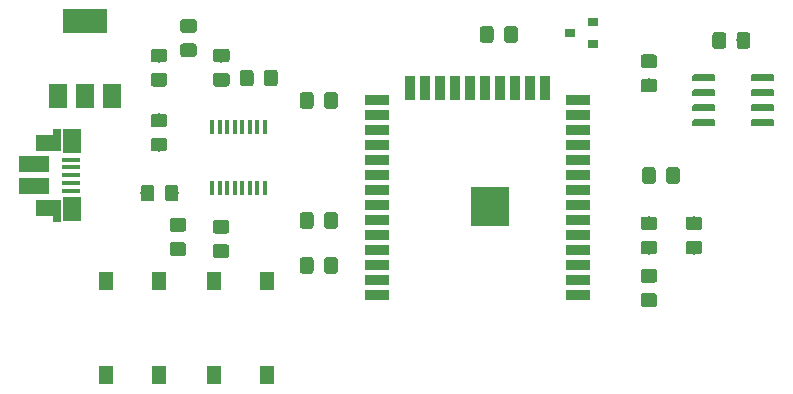
<source format=gbr>
G04 #@! TF.GenerationSoftware,KiCad,Pcbnew,(5.1.4)-1*
G04 #@! TF.CreationDate,2020-02-15T22:34:10+00:00*
G04 #@! TF.ProjectId,ESP32-Telemetry,45535033-322d-4546-956c-656d65747279,rev?*
G04 #@! TF.SameCoordinates,Original*
G04 #@! TF.FileFunction,Paste,Top*
G04 #@! TF.FilePolarity,Positive*
%FSLAX46Y46*%
G04 Gerber Fmt 4.6, Leading zero omitted, Abs format (unit mm)*
G04 Created by KiCad (PCBNEW (5.1.4)-1) date 2020-02-15 22:34:10*
%MOMM*%
%LPD*%
G04 APERTURE LIST*
%ADD10C,0.010000*%
%ADD11C,0.100000*%
%ADD12C,1.150000*%
%ADD13C,0.600000*%
%ADD14R,0.900000X0.800000*%
%ADD15R,2.000000X0.900000*%
%ADD16R,0.900000X2.000000*%
%ADD17R,2.000000X1.350000*%
%ADD18R,0.700000X1.825000*%
%ADD19R,1.500000X2.000000*%
%ADD20R,1.650000X0.400000*%
%ADD21R,2.500000X1.430000*%
%ADD22R,1.300000X1.550000*%
%ADD23R,3.800000X2.000000*%
%ADD24R,0.400000X1.200000*%
G04 APERTURE END LIST*
D10*
G36*
X145560270Y-91797100D02*
G01*
X142395500Y-91797100D01*
X142395500Y-88631090D01*
X145560270Y-88631090D01*
X145560270Y-91797100D01*
G37*
X145560270Y-91797100D02*
X142395500Y-91797100D01*
X142395500Y-88631090D01*
X145560270Y-88631090D01*
X145560270Y-91797100D01*
D11*
G36*
X130914505Y-80581204D02*
G01*
X130938773Y-80584804D01*
X130962572Y-80590765D01*
X130985671Y-80599030D01*
X131007850Y-80609520D01*
X131028893Y-80622132D01*
X131048599Y-80636747D01*
X131066777Y-80653223D01*
X131083253Y-80671401D01*
X131097868Y-80691107D01*
X131110480Y-80712150D01*
X131120970Y-80734329D01*
X131129235Y-80757428D01*
X131135196Y-80781227D01*
X131138796Y-80805495D01*
X131140000Y-80829999D01*
X131140000Y-81730001D01*
X131138796Y-81754505D01*
X131135196Y-81778773D01*
X131129235Y-81802572D01*
X131120970Y-81825671D01*
X131110480Y-81847850D01*
X131097868Y-81868893D01*
X131083253Y-81888599D01*
X131066777Y-81906777D01*
X131048599Y-81923253D01*
X131028893Y-81937868D01*
X131007850Y-81950480D01*
X130985671Y-81960970D01*
X130962572Y-81969235D01*
X130938773Y-81975196D01*
X130914505Y-81978796D01*
X130890001Y-81980000D01*
X130239999Y-81980000D01*
X130215495Y-81978796D01*
X130191227Y-81975196D01*
X130167428Y-81969235D01*
X130144329Y-81960970D01*
X130122150Y-81950480D01*
X130101107Y-81937868D01*
X130081401Y-81923253D01*
X130063223Y-81906777D01*
X130046747Y-81888599D01*
X130032132Y-81868893D01*
X130019520Y-81847850D01*
X130009030Y-81825671D01*
X130000765Y-81802572D01*
X129994804Y-81778773D01*
X129991204Y-81754505D01*
X129990000Y-81730001D01*
X129990000Y-80829999D01*
X129991204Y-80805495D01*
X129994804Y-80781227D01*
X130000765Y-80757428D01*
X130009030Y-80734329D01*
X130019520Y-80712150D01*
X130032132Y-80691107D01*
X130046747Y-80671401D01*
X130063223Y-80653223D01*
X130081401Y-80636747D01*
X130101107Y-80622132D01*
X130122150Y-80609520D01*
X130144329Y-80599030D01*
X130167428Y-80590765D01*
X130191227Y-80584804D01*
X130215495Y-80581204D01*
X130239999Y-80580000D01*
X130890001Y-80580000D01*
X130914505Y-80581204D01*
X130914505Y-80581204D01*
G37*
D12*
X130565000Y-81280000D03*
D11*
G36*
X128864505Y-80581204D02*
G01*
X128888773Y-80584804D01*
X128912572Y-80590765D01*
X128935671Y-80599030D01*
X128957850Y-80609520D01*
X128978893Y-80622132D01*
X128998599Y-80636747D01*
X129016777Y-80653223D01*
X129033253Y-80671401D01*
X129047868Y-80691107D01*
X129060480Y-80712150D01*
X129070970Y-80734329D01*
X129079235Y-80757428D01*
X129085196Y-80781227D01*
X129088796Y-80805495D01*
X129090000Y-80829999D01*
X129090000Y-81730001D01*
X129088796Y-81754505D01*
X129085196Y-81778773D01*
X129079235Y-81802572D01*
X129070970Y-81825671D01*
X129060480Y-81847850D01*
X129047868Y-81868893D01*
X129033253Y-81888599D01*
X129016777Y-81906777D01*
X128998599Y-81923253D01*
X128978893Y-81937868D01*
X128957850Y-81950480D01*
X128935671Y-81960970D01*
X128912572Y-81969235D01*
X128888773Y-81975196D01*
X128864505Y-81978796D01*
X128840001Y-81980000D01*
X128189999Y-81980000D01*
X128165495Y-81978796D01*
X128141227Y-81975196D01*
X128117428Y-81969235D01*
X128094329Y-81960970D01*
X128072150Y-81950480D01*
X128051107Y-81937868D01*
X128031401Y-81923253D01*
X128013223Y-81906777D01*
X127996747Y-81888599D01*
X127982132Y-81868893D01*
X127969520Y-81847850D01*
X127959030Y-81825671D01*
X127950765Y-81802572D01*
X127944804Y-81778773D01*
X127941204Y-81754505D01*
X127940000Y-81730001D01*
X127940000Y-80829999D01*
X127941204Y-80805495D01*
X127944804Y-80781227D01*
X127950765Y-80757428D01*
X127959030Y-80734329D01*
X127969520Y-80712150D01*
X127982132Y-80691107D01*
X127996747Y-80671401D01*
X128013223Y-80653223D01*
X128031401Y-80636747D01*
X128051107Y-80622132D01*
X128072150Y-80609520D01*
X128094329Y-80599030D01*
X128117428Y-80590765D01*
X128141227Y-80584804D01*
X128165495Y-80581204D01*
X128189999Y-80580000D01*
X128840001Y-80580000D01*
X128864505Y-80581204D01*
X128864505Y-80581204D01*
G37*
D12*
X128515000Y-81280000D03*
D11*
G36*
X116474505Y-82401204D02*
G01*
X116498773Y-82404804D01*
X116522572Y-82410765D01*
X116545671Y-82419030D01*
X116567850Y-82429520D01*
X116588893Y-82442132D01*
X116608599Y-82456747D01*
X116626777Y-82473223D01*
X116643253Y-82491401D01*
X116657868Y-82511107D01*
X116670480Y-82532150D01*
X116680970Y-82554329D01*
X116689235Y-82577428D01*
X116695196Y-82601227D01*
X116698796Y-82625495D01*
X116700000Y-82649999D01*
X116700000Y-83300001D01*
X116698796Y-83324505D01*
X116695196Y-83348773D01*
X116689235Y-83372572D01*
X116680970Y-83395671D01*
X116670480Y-83417850D01*
X116657868Y-83438893D01*
X116643253Y-83458599D01*
X116626777Y-83476777D01*
X116608599Y-83493253D01*
X116588893Y-83507868D01*
X116567850Y-83520480D01*
X116545671Y-83530970D01*
X116522572Y-83539235D01*
X116498773Y-83545196D01*
X116474505Y-83548796D01*
X116450001Y-83550000D01*
X115549999Y-83550000D01*
X115525495Y-83548796D01*
X115501227Y-83545196D01*
X115477428Y-83539235D01*
X115454329Y-83530970D01*
X115432150Y-83520480D01*
X115411107Y-83507868D01*
X115391401Y-83493253D01*
X115373223Y-83476777D01*
X115356747Y-83458599D01*
X115342132Y-83438893D01*
X115329520Y-83417850D01*
X115319030Y-83395671D01*
X115310765Y-83372572D01*
X115304804Y-83348773D01*
X115301204Y-83324505D01*
X115300000Y-83300001D01*
X115300000Y-82649999D01*
X115301204Y-82625495D01*
X115304804Y-82601227D01*
X115310765Y-82577428D01*
X115319030Y-82554329D01*
X115329520Y-82532150D01*
X115342132Y-82511107D01*
X115356747Y-82491401D01*
X115373223Y-82473223D01*
X115391401Y-82456747D01*
X115411107Y-82442132D01*
X115432150Y-82429520D01*
X115454329Y-82419030D01*
X115477428Y-82410765D01*
X115501227Y-82404804D01*
X115525495Y-82401204D01*
X115549999Y-82400000D01*
X116450001Y-82400000D01*
X116474505Y-82401204D01*
X116474505Y-82401204D01*
G37*
D12*
X116000000Y-82975000D03*
D11*
G36*
X116474505Y-84451204D02*
G01*
X116498773Y-84454804D01*
X116522572Y-84460765D01*
X116545671Y-84469030D01*
X116567850Y-84479520D01*
X116588893Y-84492132D01*
X116608599Y-84506747D01*
X116626777Y-84523223D01*
X116643253Y-84541401D01*
X116657868Y-84561107D01*
X116670480Y-84582150D01*
X116680970Y-84604329D01*
X116689235Y-84627428D01*
X116695196Y-84651227D01*
X116698796Y-84675495D01*
X116700000Y-84699999D01*
X116700000Y-85350001D01*
X116698796Y-85374505D01*
X116695196Y-85398773D01*
X116689235Y-85422572D01*
X116680970Y-85445671D01*
X116670480Y-85467850D01*
X116657868Y-85488893D01*
X116643253Y-85508599D01*
X116626777Y-85526777D01*
X116608599Y-85543253D01*
X116588893Y-85557868D01*
X116567850Y-85570480D01*
X116545671Y-85580970D01*
X116522572Y-85589235D01*
X116498773Y-85595196D01*
X116474505Y-85598796D01*
X116450001Y-85600000D01*
X115549999Y-85600000D01*
X115525495Y-85598796D01*
X115501227Y-85595196D01*
X115477428Y-85589235D01*
X115454329Y-85580970D01*
X115432150Y-85570480D01*
X115411107Y-85557868D01*
X115391401Y-85543253D01*
X115373223Y-85526777D01*
X115356747Y-85508599D01*
X115342132Y-85488893D01*
X115329520Y-85467850D01*
X115319030Y-85445671D01*
X115310765Y-85422572D01*
X115304804Y-85398773D01*
X115301204Y-85374505D01*
X115300000Y-85350001D01*
X115300000Y-84699999D01*
X115301204Y-84675495D01*
X115304804Y-84651227D01*
X115310765Y-84627428D01*
X115319030Y-84604329D01*
X115329520Y-84582150D01*
X115342132Y-84561107D01*
X115356747Y-84541401D01*
X115373223Y-84523223D01*
X115391401Y-84506747D01*
X115411107Y-84492132D01*
X115432150Y-84479520D01*
X115454329Y-84469030D01*
X115477428Y-84460765D01*
X115501227Y-84454804D01*
X115525495Y-84451204D01*
X115549999Y-84450000D01*
X116450001Y-84450000D01*
X116474505Y-84451204D01*
X116474505Y-84451204D01*
G37*
D12*
X116000000Y-85025000D03*
D11*
G36*
X162979703Y-79075722D02*
G01*
X162994264Y-79077882D01*
X163008543Y-79081459D01*
X163022403Y-79086418D01*
X163035710Y-79092712D01*
X163048336Y-79100280D01*
X163060159Y-79109048D01*
X163071066Y-79118934D01*
X163080952Y-79129841D01*
X163089720Y-79141664D01*
X163097288Y-79154290D01*
X163103582Y-79167597D01*
X163108541Y-79181457D01*
X163112118Y-79195736D01*
X163114278Y-79210297D01*
X163115000Y-79225000D01*
X163115000Y-79525000D01*
X163114278Y-79539703D01*
X163112118Y-79554264D01*
X163108541Y-79568543D01*
X163103582Y-79582403D01*
X163097288Y-79595710D01*
X163089720Y-79608336D01*
X163080952Y-79620159D01*
X163071066Y-79631066D01*
X163060159Y-79640952D01*
X163048336Y-79649720D01*
X163035710Y-79657288D01*
X163022403Y-79663582D01*
X163008543Y-79668541D01*
X162994264Y-79672118D01*
X162979703Y-79674278D01*
X162965000Y-79675000D01*
X161315000Y-79675000D01*
X161300297Y-79674278D01*
X161285736Y-79672118D01*
X161271457Y-79668541D01*
X161257597Y-79663582D01*
X161244290Y-79657288D01*
X161231664Y-79649720D01*
X161219841Y-79640952D01*
X161208934Y-79631066D01*
X161199048Y-79620159D01*
X161190280Y-79608336D01*
X161182712Y-79595710D01*
X161176418Y-79582403D01*
X161171459Y-79568543D01*
X161167882Y-79554264D01*
X161165722Y-79539703D01*
X161165000Y-79525000D01*
X161165000Y-79225000D01*
X161165722Y-79210297D01*
X161167882Y-79195736D01*
X161171459Y-79181457D01*
X161176418Y-79167597D01*
X161182712Y-79154290D01*
X161190280Y-79141664D01*
X161199048Y-79129841D01*
X161208934Y-79118934D01*
X161219841Y-79109048D01*
X161231664Y-79100280D01*
X161244290Y-79092712D01*
X161257597Y-79086418D01*
X161271457Y-79081459D01*
X161285736Y-79077882D01*
X161300297Y-79075722D01*
X161315000Y-79075000D01*
X162965000Y-79075000D01*
X162979703Y-79075722D01*
X162979703Y-79075722D01*
G37*
D13*
X162140000Y-79375000D03*
D11*
G36*
X162979703Y-80345722D02*
G01*
X162994264Y-80347882D01*
X163008543Y-80351459D01*
X163022403Y-80356418D01*
X163035710Y-80362712D01*
X163048336Y-80370280D01*
X163060159Y-80379048D01*
X163071066Y-80388934D01*
X163080952Y-80399841D01*
X163089720Y-80411664D01*
X163097288Y-80424290D01*
X163103582Y-80437597D01*
X163108541Y-80451457D01*
X163112118Y-80465736D01*
X163114278Y-80480297D01*
X163115000Y-80495000D01*
X163115000Y-80795000D01*
X163114278Y-80809703D01*
X163112118Y-80824264D01*
X163108541Y-80838543D01*
X163103582Y-80852403D01*
X163097288Y-80865710D01*
X163089720Y-80878336D01*
X163080952Y-80890159D01*
X163071066Y-80901066D01*
X163060159Y-80910952D01*
X163048336Y-80919720D01*
X163035710Y-80927288D01*
X163022403Y-80933582D01*
X163008543Y-80938541D01*
X162994264Y-80942118D01*
X162979703Y-80944278D01*
X162965000Y-80945000D01*
X161315000Y-80945000D01*
X161300297Y-80944278D01*
X161285736Y-80942118D01*
X161271457Y-80938541D01*
X161257597Y-80933582D01*
X161244290Y-80927288D01*
X161231664Y-80919720D01*
X161219841Y-80910952D01*
X161208934Y-80901066D01*
X161199048Y-80890159D01*
X161190280Y-80878336D01*
X161182712Y-80865710D01*
X161176418Y-80852403D01*
X161171459Y-80838543D01*
X161167882Y-80824264D01*
X161165722Y-80809703D01*
X161165000Y-80795000D01*
X161165000Y-80495000D01*
X161165722Y-80480297D01*
X161167882Y-80465736D01*
X161171459Y-80451457D01*
X161176418Y-80437597D01*
X161182712Y-80424290D01*
X161190280Y-80411664D01*
X161199048Y-80399841D01*
X161208934Y-80388934D01*
X161219841Y-80379048D01*
X161231664Y-80370280D01*
X161244290Y-80362712D01*
X161257597Y-80356418D01*
X161271457Y-80351459D01*
X161285736Y-80347882D01*
X161300297Y-80345722D01*
X161315000Y-80345000D01*
X162965000Y-80345000D01*
X162979703Y-80345722D01*
X162979703Y-80345722D01*
G37*
D13*
X162140000Y-80645000D03*
D11*
G36*
X162979703Y-81615722D02*
G01*
X162994264Y-81617882D01*
X163008543Y-81621459D01*
X163022403Y-81626418D01*
X163035710Y-81632712D01*
X163048336Y-81640280D01*
X163060159Y-81649048D01*
X163071066Y-81658934D01*
X163080952Y-81669841D01*
X163089720Y-81681664D01*
X163097288Y-81694290D01*
X163103582Y-81707597D01*
X163108541Y-81721457D01*
X163112118Y-81735736D01*
X163114278Y-81750297D01*
X163115000Y-81765000D01*
X163115000Y-82065000D01*
X163114278Y-82079703D01*
X163112118Y-82094264D01*
X163108541Y-82108543D01*
X163103582Y-82122403D01*
X163097288Y-82135710D01*
X163089720Y-82148336D01*
X163080952Y-82160159D01*
X163071066Y-82171066D01*
X163060159Y-82180952D01*
X163048336Y-82189720D01*
X163035710Y-82197288D01*
X163022403Y-82203582D01*
X163008543Y-82208541D01*
X162994264Y-82212118D01*
X162979703Y-82214278D01*
X162965000Y-82215000D01*
X161315000Y-82215000D01*
X161300297Y-82214278D01*
X161285736Y-82212118D01*
X161271457Y-82208541D01*
X161257597Y-82203582D01*
X161244290Y-82197288D01*
X161231664Y-82189720D01*
X161219841Y-82180952D01*
X161208934Y-82171066D01*
X161199048Y-82160159D01*
X161190280Y-82148336D01*
X161182712Y-82135710D01*
X161176418Y-82122403D01*
X161171459Y-82108543D01*
X161167882Y-82094264D01*
X161165722Y-82079703D01*
X161165000Y-82065000D01*
X161165000Y-81765000D01*
X161165722Y-81750297D01*
X161167882Y-81735736D01*
X161171459Y-81721457D01*
X161176418Y-81707597D01*
X161182712Y-81694290D01*
X161190280Y-81681664D01*
X161199048Y-81669841D01*
X161208934Y-81658934D01*
X161219841Y-81649048D01*
X161231664Y-81640280D01*
X161244290Y-81632712D01*
X161257597Y-81626418D01*
X161271457Y-81621459D01*
X161285736Y-81617882D01*
X161300297Y-81615722D01*
X161315000Y-81615000D01*
X162965000Y-81615000D01*
X162979703Y-81615722D01*
X162979703Y-81615722D01*
G37*
D13*
X162140000Y-81915000D03*
D11*
G36*
X162979703Y-82885722D02*
G01*
X162994264Y-82887882D01*
X163008543Y-82891459D01*
X163022403Y-82896418D01*
X163035710Y-82902712D01*
X163048336Y-82910280D01*
X163060159Y-82919048D01*
X163071066Y-82928934D01*
X163080952Y-82939841D01*
X163089720Y-82951664D01*
X163097288Y-82964290D01*
X163103582Y-82977597D01*
X163108541Y-82991457D01*
X163112118Y-83005736D01*
X163114278Y-83020297D01*
X163115000Y-83035000D01*
X163115000Y-83335000D01*
X163114278Y-83349703D01*
X163112118Y-83364264D01*
X163108541Y-83378543D01*
X163103582Y-83392403D01*
X163097288Y-83405710D01*
X163089720Y-83418336D01*
X163080952Y-83430159D01*
X163071066Y-83441066D01*
X163060159Y-83450952D01*
X163048336Y-83459720D01*
X163035710Y-83467288D01*
X163022403Y-83473582D01*
X163008543Y-83478541D01*
X162994264Y-83482118D01*
X162979703Y-83484278D01*
X162965000Y-83485000D01*
X161315000Y-83485000D01*
X161300297Y-83484278D01*
X161285736Y-83482118D01*
X161271457Y-83478541D01*
X161257597Y-83473582D01*
X161244290Y-83467288D01*
X161231664Y-83459720D01*
X161219841Y-83450952D01*
X161208934Y-83441066D01*
X161199048Y-83430159D01*
X161190280Y-83418336D01*
X161182712Y-83405710D01*
X161176418Y-83392403D01*
X161171459Y-83378543D01*
X161167882Y-83364264D01*
X161165722Y-83349703D01*
X161165000Y-83335000D01*
X161165000Y-83035000D01*
X161165722Y-83020297D01*
X161167882Y-83005736D01*
X161171459Y-82991457D01*
X161176418Y-82977597D01*
X161182712Y-82964290D01*
X161190280Y-82951664D01*
X161199048Y-82939841D01*
X161208934Y-82928934D01*
X161219841Y-82919048D01*
X161231664Y-82910280D01*
X161244290Y-82902712D01*
X161257597Y-82896418D01*
X161271457Y-82891459D01*
X161285736Y-82887882D01*
X161300297Y-82885722D01*
X161315000Y-82885000D01*
X162965000Y-82885000D01*
X162979703Y-82885722D01*
X162979703Y-82885722D01*
G37*
D13*
X162140000Y-83185000D03*
D11*
G36*
X167929703Y-82885722D02*
G01*
X167944264Y-82887882D01*
X167958543Y-82891459D01*
X167972403Y-82896418D01*
X167985710Y-82902712D01*
X167998336Y-82910280D01*
X168010159Y-82919048D01*
X168021066Y-82928934D01*
X168030952Y-82939841D01*
X168039720Y-82951664D01*
X168047288Y-82964290D01*
X168053582Y-82977597D01*
X168058541Y-82991457D01*
X168062118Y-83005736D01*
X168064278Y-83020297D01*
X168065000Y-83035000D01*
X168065000Y-83335000D01*
X168064278Y-83349703D01*
X168062118Y-83364264D01*
X168058541Y-83378543D01*
X168053582Y-83392403D01*
X168047288Y-83405710D01*
X168039720Y-83418336D01*
X168030952Y-83430159D01*
X168021066Y-83441066D01*
X168010159Y-83450952D01*
X167998336Y-83459720D01*
X167985710Y-83467288D01*
X167972403Y-83473582D01*
X167958543Y-83478541D01*
X167944264Y-83482118D01*
X167929703Y-83484278D01*
X167915000Y-83485000D01*
X166265000Y-83485000D01*
X166250297Y-83484278D01*
X166235736Y-83482118D01*
X166221457Y-83478541D01*
X166207597Y-83473582D01*
X166194290Y-83467288D01*
X166181664Y-83459720D01*
X166169841Y-83450952D01*
X166158934Y-83441066D01*
X166149048Y-83430159D01*
X166140280Y-83418336D01*
X166132712Y-83405710D01*
X166126418Y-83392403D01*
X166121459Y-83378543D01*
X166117882Y-83364264D01*
X166115722Y-83349703D01*
X166115000Y-83335000D01*
X166115000Y-83035000D01*
X166115722Y-83020297D01*
X166117882Y-83005736D01*
X166121459Y-82991457D01*
X166126418Y-82977597D01*
X166132712Y-82964290D01*
X166140280Y-82951664D01*
X166149048Y-82939841D01*
X166158934Y-82928934D01*
X166169841Y-82919048D01*
X166181664Y-82910280D01*
X166194290Y-82902712D01*
X166207597Y-82896418D01*
X166221457Y-82891459D01*
X166235736Y-82887882D01*
X166250297Y-82885722D01*
X166265000Y-82885000D01*
X167915000Y-82885000D01*
X167929703Y-82885722D01*
X167929703Y-82885722D01*
G37*
D13*
X167090000Y-83185000D03*
D11*
G36*
X167929703Y-81615722D02*
G01*
X167944264Y-81617882D01*
X167958543Y-81621459D01*
X167972403Y-81626418D01*
X167985710Y-81632712D01*
X167998336Y-81640280D01*
X168010159Y-81649048D01*
X168021066Y-81658934D01*
X168030952Y-81669841D01*
X168039720Y-81681664D01*
X168047288Y-81694290D01*
X168053582Y-81707597D01*
X168058541Y-81721457D01*
X168062118Y-81735736D01*
X168064278Y-81750297D01*
X168065000Y-81765000D01*
X168065000Y-82065000D01*
X168064278Y-82079703D01*
X168062118Y-82094264D01*
X168058541Y-82108543D01*
X168053582Y-82122403D01*
X168047288Y-82135710D01*
X168039720Y-82148336D01*
X168030952Y-82160159D01*
X168021066Y-82171066D01*
X168010159Y-82180952D01*
X167998336Y-82189720D01*
X167985710Y-82197288D01*
X167972403Y-82203582D01*
X167958543Y-82208541D01*
X167944264Y-82212118D01*
X167929703Y-82214278D01*
X167915000Y-82215000D01*
X166265000Y-82215000D01*
X166250297Y-82214278D01*
X166235736Y-82212118D01*
X166221457Y-82208541D01*
X166207597Y-82203582D01*
X166194290Y-82197288D01*
X166181664Y-82189720D01*
X166169841Y-82180952D01*
X166158934Y-82171066D01*
X166149048Y-82160159D01*
X166140280Y-82148336D01*
X166132712Y-82135710D01*
X166126418Y-82122403D01*
X166121459Y-82108543D01*
X166117882Y-82094264D01*
X166115722Y-82079703D01*
X166115000Y-82065000D01*
X166115000Y-81765000D01*
X166115722Y-81750297D01*
X166117882Y-81735736D01*
X166121459Y-81721457D01*
X166126418Y-81707597D01*
X166132712Y-81694290D01*
X166140280Y-81681664D01*
X166149048Y-81669841D01*
X166158934Y-81658934D01*
X166169841Y-81649048D01*
X166181664Y-81640280D01*
X166194290Y-81632712D01*
X166207597Y-81626418D01*
X166221457Y-81621459D01*
X166235736Y-81617882D01*
X166250297Y-81615722D01*
X166265000Y-81615000D01*
X167915000Y-81615000D01*
X167929703Y-81615722D01*
X167929703Y-81615722D01*
G37*
D13*
X167090000Y-81915000D03*
D11*
G36*
X167929703Y-80345722D02*
G01*
X167944264Y-80347882D01*
X167958543Y-80351459D01*
X167972403Y-80356418D01*
X167985710Y-80362712D01*
X167998336Y-80370280D01*
X168010159Y-80379048D01*
X168021066Y-80388934D01*
X168030952Y-80399841D01*
X168039720Y-80411664D01*
X168047288Y-80424290D01*
X168053582Y-80437597D01*
X168058541Y-80451457D01*
X168062118Y-80465736D01*
X168064278Y-80480297D01*
X168065000Y-80495000D01*
X168065000Y-80795000D01*
X168064278Y-80809703D01*
X168062118Y-80824264D01*
X168058541Y-80838543D01*
X168053582Y-80852403D01*
X168047288Y-80865710D01*
X168039720Y-80878336D01*
X168030952Y-80890159D01*
X168021066Y-80901066D01*
X168010159Y-80910952D01*
X167998336Y-80919720D01*
X167985710Y-80927288D01*
X167972403Y-80933582D01*
X167958543Y-80938541D01*
X167944264Y-80942118D01*
X167929703Y-80944278D01*
X167915000Y-80945000D01*
X166265000Y-80945000D01*
X166250297Y-80944278D01*
X166235736Y-80942118D01*
X166221457Y-80938541D01*
X166207597Y-80933582D01*
X166194290Y-80927288D01*
X166181664Y-80919720D01*
X166169841Y-80910952D01*
X166158934Y-80901066D01*
X166149048Y-80890159D01*
X166140280Y-80878336D01*
X166132712Y-80865710D01*
X166126418Y-80852403D01*
X166121459Y-80838543D01*
X166117882Y-80824264D01*
X166115722Y-80809703D01*
X166115000Y-80795000D01*
X166115000Y-80495000D01*
X166115722Y-80480297D01*
X166117882Y-80465736D01*
X166121459Y-80451457D01*
X166126418Y-80437597D01*
X166132712Y-80424290D01*
X166140280Y-80411664D01*
X166149048Y-80399841D01*
X166158934Y-80388934D01*
X166169841Y-80379048D01*
X166181664Y-80370280D01*
X166194290Y-80362712D01*
X166207597Y-80356418D01*
X166221457Y-80351459D01*
X166235736Y-80347882D01*
X166250297Y-80345722D01*
X166265000Y-80345000D01*
X167915000Y-80345000D01*
X167929703Y-80345722D01*
X167929703Y-80345722D01*
G37*
D13*
X167090000Y-80645000D03*
D11*
G36*
X167929703Y-79075722D02*
G01*
X167944264Y-79077882D01*
X167958543Y-79081459D01*
X167972403Y-79086418D01*
X167985710Y-79092712D01*
X167998336Y-79100280D01*
X168010159Y-79109048D01*
X168021066Y-79118934D01*
X168030952Y-79129841D01*
X168039720Y-79141664D01*
X168047288Y-79154290D01*
X168053582Y-79167597D01*
X168058541Y-79181457D01*
X168062118Y-79195736D01*
X168064278Y-79210297D01*
X168065000Y-79225000D01*
X168065000Y-79525000D01*
X168064278Y-79539703D01*
X168062118Y-79554264D01*
X168058541Y-79568543D01*
X168053582Y-79582403D01*
X168047288Y-79595710D01*
X168039720Y-79608336D01*
X168030952Y-79620159D01*
X168021066Y-79631066D01*
X168010159Y-79640952D01*
X167998336Y-79649720D01*
X167985710Y-79657288D01*
X167972403Y-79663582D01*
X167958543Y-79668541D01*
X167944264Y-79672118D01*
X167929703Y-79674278D01*
X167915000Y-79675000D01*
X166265000Y-79675000D01*
X166250297Y-79674278D01*
X166235736Y-79672118D01*
X166221457Y-79668541D01*
X166207597Y-79663582D01*
X166194290Y-79657288D01*
X166181664Y-79649720D01*
X166169841Y-79640952D01*
X166158934Y-79631066D01*
X166149048Y-79620159D01*
X166140280Y-79608336D01*
X166132712Y-79595710D01*
X166126418Y-79582403D01*
X166121459Y-79568543D01*
X166117882Y-79554264D01*
X166115722Y-79539703D01*
X166115000Y-79525000D01*
X166115000Y-79225000D01*
X166115722Y-79210297D01*
X166117882Y-79195736D01*
X166121459Y-79181457D01*
X166126418Y-79167597D01*
X166132712Y-79154290D01*
X166140280Y-79141664D01*
X166149048Y-79129841D01*
X166158934Y-79118934D01*
X166169841Y-79109048D01*
X166181664Y-79100280D01*
X166194290Y-79092712D01*
X166207597Y-79086418D01*
X166221457Y-79081459D01*
X166235736Y-79077882D01*
X166250297Y-79075722D01*
X166265000Y-79075000D01*
X167915000Y-79075000D01*
X167929703Y-79075722D01*
X167929703Y-79075722D01*
G37*
D13*
X167090000Y-79375000D03*
D14*
X152765000Y-76515000D03*
X152765000Y-74615000D03*
X150765000Y-75565000D03*
D15*
X134476600Y-97716000D03*
X134476600Y-96446000D03*
X134476600Y-95176000D03*
X134476600Y-93906000D03*
X134476600Y-92636000D03*
X134476600Y-91366000D03*
X134476600Y-90096000D03*
X134476600Y-88826000D03*
X134476600Y-87556000D03*
X134476600Y-86286000D03*
X134476600Y-85016000D03*
X134476600Y-83746000D03*
X134476600Y-82476000D03*
X134476600Y-81206000D03*
D16*
X137261600Y-80206000D03*
X138531600Y-80206000D03*
X139801600Y-80206000D03*
X141071600Y-80206000D03*
X142341600Y-80206000D03*
X143611600Y-80206000D03*
X144881600Y-80206000D03*
X146151600Y-80206000D03*
X147421600Y-80206000D03*
X148691600Y-80206000D03*
D15*
X151476600Y-81206000D03*
X151476600Y-82476000D03*
X151476600Y-83746000D03*
X151476600Y-85016000D03*
X151476600Y-86286000D03*
X151476600Y-87556000D03*
X151476600Y-88826000D03*
X151476600Y-90096000D03*
X151476600Y-91366000D03*
X151476600Y-92636000D03*
X151476600Y-93906000D03*
X151476600Y-95176000D03*
X151476600Y-96446000D03*
X151476600Y-97716000D03*
D11*
G36*
X161764505Y-93161204D02*
G01*
X161788773Y-93164804D01*
X161812572Y-93170765D01*
X161835671Y-93179030D01*
X161857850Y-93189520D01*
X161878893Y-93202132D01*
X161898599Y-93216747D01*
X161916777Y-93233223D01*
X161933253Y-93251401D01*
X161947868Y-93271107D01*
X161960480Y-93292150D01*
X161970970Y-93314329D01*
X161979235Y-93337428D01*
X161985196Y-93361227D01*
X161988796Y-93385495D01*
X161990000Y-93409999D01*
X161990000Y-94060001D01*
X161988796Y-94084505D01*
X161985196Y-94108773D01*
X161979235Y-94132572D01*
X161970970Y-94155671D01*
X161960480Y-94177850D01*
X161947868Y-94198893D01*
X161933253Y-94218599D01*
X161916777Y-94236777D01*
X161898599Y-94253253D01*
X161878893Y-94267868D01*
X161857850Y-94280480D01*
X161835671Y-94290970D01*
X161812572Y-94299235D01*
X161788773Y-94305196D01*
X161764505Y-94308796D01*
X161740001Y-94310000D01*
X160839999Y-94310000D01*
X160815495Y-94308796D01*
X160791227Y-94305196D01*
X160767428Y-94299235D01*
X160744329Y-94290970D01*
X160722150Y-94280480D01*
X160701107Y-94267868D01*
X160681401Y-94253253D01*
X160663223Y-94236777D01*
X160646747Y-94218599D01*
X160632132Y-94198893D01*
X160619520Y-94177850D01*
X160609030Y-94155671D01*
X160600765Y-94132572D01*
X160594804Y-94108773D01*
X160591204Y-94084505D01*
X160590000Y-94060001D01*
X160590000Y-93409999D01*
X160591204Y-93385495D01*
X160594804Y-93361227D01*
X160600765Y-93337428D01*
X160609030Y-93314329D01*
X160619520Y-93292150D01*
X160632132Y-93271107D01*
X160646747Y-93251401D01*
X160663223Y-93233223D01*
X160681401Y-93216747D01*
X160701107Y-93202132D01*
X160722150Y-93189520D01*
X160744329Y-93179030D01*
X160767428Y-93170765D01*
X160791227Y-93164804D01*
X160815495Y-93161204D01*
X160839999Y-93160000D01*
X161740001Y-93160000D01*
X161764505Y-93161204D01*
X161764505Y-93161204D01*
G37*
D12*
X161290000Y-93735000D03*
D11*
G36*
X161764505Y-91111204D02*
G01*
X161788773Y-91114804D01*
X161812572Y-91120765D01*
X161835671Y-91129030D01*
X161857850Y-91139520D01*
X161878893Y-91152132D01*
X161898599Y-91166747D01*
X161916777Y-91183223D01*
X161933253Y-91201401D01*
X161947868Y-91221107D01*
X161960480Y-91242150D01*
X161970970Y-91264329D01*
X161979235Y-91287428D01*
X161985196Y-91311227D01*
X161988796Y-91335495D01*
X161990000Y-91359999D01*
X161990000Y-92010001D01*
X161988796Y-92034505D01*
X161985196Y-92058773D01*
X161979235Y-92082572D01*
X161970970Y-92105671D01*
X161960480Y-92127850D01*
X161947868Y-92148893D01*
X161933253Y-92168599D01*
X161916777Y-92186777D01*
X161898599Y-92203253D01*
X161878893Y-92217868D01*
X161857850Y-92230480D01*
X161835671Y-92240970D01*
X161812572Y-92249235D01*
X161788773Y-92255196D01*
X161764505Y-92258796D01*
X161740001Y-92260000D01*
X160839999Y-92260000D01*
X160815495Y-92258796D01*
X160791227Y-92255196D01*
X160767428Y-92249235D01*
X160744329Y-92240970D01*
X160722150Y-92230480D01*
X160701107Y-92217868D01*
X160681401Y-92203253D01*
X160663223Y-92186777D01*
X160646747Y-92168599D01*
X160632132Y-92148893D01*
X160619520Y-92127850D01*
X160609030Y-92105671D01*
X160600765Y-92082572D01*
X160594804Y-92058773D01*
X160591204Y-92034505D01*
X160590000Y-92010001D01*
X160590000Y-91359999D01*
X160591204Y-91335495D01*
X160594804Y-91311227D01*
X160600765Y-91287428D01*
X160609030Y-91264329D01*
X160619520Y-91242150D01*
X160632132Y-91221107D01*
X160646747Y-91201401D01*
X160663223Y-91183223D01*
X160681401Y-91166747D01*
X160701107Y-91152132D01*
X160722150Y-91139520D01*
X160744329Y-91129030D01*
X160767428Y-91120765D01*
X160791227Y-91114804D01*
X160815495Y-91111204D01*
X160839999Y-91110000D01*
X161740001Y-91110000D01*
X161764505Y-91111204D01*
X161764505Y-91111204D01*
G37*
D12*
X161290000Y-91685000D03*
D11*
G36*
X163789505Y-75501204D02*
G01*
X163813773Y-75504804D01*
X163837572Y-75510765D01*
X163860671Y-75519030D01*
X163882850Y-75529520D01*
X163903893Y-75542132D01*
X163923599Y-75556747D01*
X163941777Y-75573223D01*
X163958253Y-75591401D01*
X163972868Y-75611107D01*
X163985480Y-75632150D01*
X163995970Y-75654329D01*
X164004235Y-75677428D01*
X164010196Y-75701227D01*
X164013796Y-75725495D01*
X164015000Y-75749999D01*
X164015000Y-76650001D01*
X164013796Y-76674505D01*
X164010196Y-76698773D01*
X164004235Y-76722572D01*
X163995970Y-76745671D01*
X163985480Y-76767850D01*
X163972868Y-76788893D01*
X163958253Y-76808599D01*
X163941777Y-76826777D01*
X163923599Y-76843253D01*
X163903893Y-76857868D01*
X163882850Y-76870480D01*
X163860671Y-76880970D01*
X163837572Y-76889235D01*
X163813773Y-76895196D01*
X163789505Y-76898796D01*
X163765001Y-76900000D01*
X163114999Y-76900000D01*
X163090495Y-76898796D01*
X163066227Y-76895196D01*
X163042428Y-76889235D01*
X163019329Y-76880970D01*
X162997150Y-76870480D01*
X162976107Y-76857868D01*
X162956401Y-76843253D01*
X162938223Y-76826777D01*
X162921747Y-76808599D01*
X162907132Y-76788893D01*
X162894520Y-76767850D01*
X162884030Y-76745671D01*
X162875765Y-76722572D01*
X162869804Y-76698773D01*
X162866204Y-76674505D01*
X162865000Y-76650001D01*
X162865000Y-75749999D01*
X162866204Y-75725495D01*
X162869804Y-75701227D01*
X162875765Y-75677428D01*
X162884030Y-75654329D01*
X162894520Y-75632150D01*
X162907132Y-75611107D01*
X162921747Y-75591401D01*
X162938223Y-75573223D01*
X162956401Y-75556747D01*
X162976107Y-75542132D01*
X162997150Y-75529520D01*
X163019329Y-75519030D01*
X163042428Y-75510765D01*
X163066227Y-75504804D01*
X163090495Y-75501204D01*
X163114999Y-75500000D01*
X163765001Y-75500000D01*
X163789505Y-75501204D01*
X163789505Y-75501204D01*
G37*
D12*
X163440000Y-76200000D03*
D11*
G36*
X165839505Y-75501204D02*
G01*
X165863773Y-75504804D01*
X165887572Y-75510765D01*
X165910671Y-75519030D01*
X165932850Y-75529520D01*
X165953893Y-75542132D01*
X165973599Y-75556747D01*
X165991777Y-75573223D01*
X166008253Y-75591401D01*
X166022868Y-75611107D01*
X166035480Y-75632150D01*
X166045970Y-75654329D01*
X166054235Y-75677428D01*
X166060196Y-75701227D01*
X166063796Y-75725495D01*
X166065000Y-75749999D01*
X166065000Y-76650001D01*
X166063796Y-76674505D01*
X166060196Y-76698773D01*
X166054235Y-76722572D01*
X166045970Y-76745671D01*
X166035480Y-76767850D01*
X166022868Y-76788893D01*
X166008253Y-76808599D01*
X165991777Y-76826777D01*
X165973599Y-76843253D01*
X165953893Y-76857868D01*
X165932850Y-76870480D01*
X165910671Y-76880970D01*
X165887572Y-76889235D01*
X165863773Y-76895196D01*
X165839505Y-76898796D01*
X165815001Y-76900000D01*
X165164999Y-76900000D01*
X165140495Y-76898796D01*
X165116227Y-76895196D01*
X165092428Y-76889235D01*
X165069329Y-76880970D01*
X165047150Y-76870480D01*
X165026107Y-76857868D01*
X165006401Y-76843253D01*
X164988223Y-76826777D01*
X164971747Y-76808599D01*
X164957132Y-76788893D01*
X164944520Y-76767850D01*
X164934030Y-76745671D01*
X164925765Y-76722572D01*
X164919804Y-76698773D01*
X164916204Y-76674505D01*
X164915000Y-76650001D01*
X164915000Y-75749999D01*
X164916204Y-75725495D01*
X164919804Y-75701227D01*
X164925765Y-75677428D01*
X164934030Y-75654329D01*
X164944520Y-75632150D01*
X164957132Y-75611107D01*
X164971747Y-75591401D01*
X164988223Y-75573223D01*
X165006401Y-75556747D01*
X165026107Y-75542132D01*
X165047150Y-75529520D01*
X165069329Y-75519030D01*
X165092428Y-75510765D01*
X165116227Y-75504804D01*
X165140495Y-75501204D01*
X165164999Y-75500000D01*
X165815001Y-75500000D01*
X165839505Y-75501204D01*
X165839505Y-75501204D01*
G37*
D12*
X165490000Y-76200000D03*
D11*
G36*
X157954505Y-93161204D02*
G01*
X157978773Y-93164804D01*
X158002572Y-93170765D01*
X158025671Y-93179030D01*
X158047850Y-93189520D01*
X158068893Y-93202132D01*
X158088599Y-93216747D01*
X158106777Y-93233223D01*
X158123253Y-93251401D01*
X158137868Y-93271107D01*
X158150480Y-93292150D01*
X158160970Y-93314329D01*
X158169235Y-93337428D01*
X158175196Y-93361227D01*
X158178796Y-93385495D01*
X158180000Y-93409999D01*
X158180000Y-94060001D01*
X158178796Y-94084505D01*
X158175196Y-94108773D01*
X158169235Y-94132572D01*
X158160970Y-94155671D01*
X158150480Y-94177850D01*
X158137868Y-94198893D01*
X158123253Y-94218599D01*
X158106777Y-94236777D01*
X158088599Y-94253253D01*
X158068893Y-94267868D01*
X158047850Y-94280480D01*
X158025671Y-94290970D01*
X158002572Y-94299235D01*
X157978773Y-94305196D01*
X157954505Y-94308796D01*
X157930001Y-94310000D01*
X157029999Y-94310000D01*
X157005495Y-94308796D01*
X156981227Y-94305196D01*
X156957428Y-94299235D01*
X156934329Y-94290970D01*
X156912150Y-94280480D01*
X156891107Y-94267868D01*
X156871401Y-94253253D01*
X156853223Y-94236777D01*
X156836747Y-94218599D01*
X156822132Y-94198893D01*
X156809520Y-94177850D01*
X156799030Y-94155671D01*
X156790765Y-94132572D01*
X156784804Y-94108773D01*
X156781204Y-94084505D01*
X156780000Y-94060001D01*
X156780000Y-93409999D01*
X156781204Y-93385495D01*
X156784804Y-93361227D01*
X156790765Y-93337428D01*
X156799030Y-93314329D01*
X156809520Y-93292150D01*
X156822132Y-93271107D01*
X156836747Y-93251401D01*
X156853223Y-93233223D01*
X156871401Y-93216747D01*
X156891107Y-93202132D01*
X156912150Y-93189520D01*
X156934329Y-93179030D01*
X156957428Y-93170765D01*
X156981227Y-93164804D01*
X157005495Y-93161204D01*
X157029999Y-93160000D01*
X157930001Y-93160000D01*
X157954505Y-93161204D01*
X157954505Y-93161204D01*
G37*
D12*
X157480000Y-93735000D03*
D11*
G36*
X157954505Y-91111204D02*
G01*
X157978773Y-91114804D01*
X158002572Y-91120765D01*
X158025671Y-91129030D01*
X158047850Y-91139520D01*
X158068893Y-91152132D01*
X158088599Y-91166747D01*
X158106777Y-91183223D01*
X158123253Y-91201401D01*
X158137868Y-91221107D01*
X158150480Y-91242150D01*
X158160970Y-91264329D01*
X158169235Y-91287428D01*
X158175196Y-91311227D01*
X158178796Y-91335495D01*
X158180000Y-91359999D01*
X158180000Y-92010001D01*
X158178796Y-92034505D01*
X158175196Y-92058773D01*
X158169235Y-92082572D01*
X158160970Y-92105671D01*
X158150480Y-92127850D01*
X158137868Y-92148893D01*
X158123253Y-92168599D01*
X158106777Y-92186777D01*
X158088599Y-92203253D01*
X158068893Y-92217868D01*
X158047850Y-92230480D01*
X158025671Y-92240970D01*
X158002572Y-92249235D01*
X157978773Y-92255196D01*
X157954505Y-92258796D01*
X157930001Y-92260000D01*
X157029999Y-92260000D01*
X157005495Y-92258796D01*
X156981227Y-92255196D01*
X156957428Y-92249235D01*
X156934329Y-92240970D01*
X156912150Y-92230480D01*
X156891107Y-92217868D01*
X156871401Y-92203253D01*
X156853223Y-92186777D01*
X156836747Y-92168599D01*
X156822132Y-92148893D01*
X156809520Y-92127850D01*
X156799030Y-92105671D01*
X156790765Y-92082572D01*
X156784804Y-92058773D01*
X156781204Y-92034505D01*
X156780000Y-92010001D01*
X156780000Y-91359999D01*
X156781204Y-91335495D01*
X156784804Y-91311227D01*
X156790765Y-91287428D01*
X156799030Y-91264329D01*
X156809520Y-91242150D01*
X156822132Y-91221107D01*
X156836747Y-91201401D01*
X156853223Y-91183223D01*
X156871401Y-91166747D01*
X156891107Y-91152132D01*
X156912150Y-91139520D01*
X156934329Y-91129030D01*
X156957428Y-91120765D01*
X156981227Y-91114804D01*
X157005495Y-91111204D01*
X157029999Y-91110000D01*
X157930001Y-91110000D01*
X157954505Y-91111204D01*
X157954505Y-91111204D01*
G37*
D12*
X157480000Y-91685000D03*
D11*
G36*
X121759505Y-76901204D02*
G01*
X121783773Y-76904804D01*
X121807572Y-76910765D01*
X121830671Y-76919030D01*
X121852850Y-76929520D01*
X121873893Y-76942132D01*
X121893599Y-76956747D01*
X121911777Y-76973223D01*
X121928253Y-76991401D01*
X121942868Y-77011107D01*
X121955480Y-77032150D01*
X121965970Y-77054329D01*
X121974235Y-77077428D01*
X121980196Y-77101227D01*
X121983796Y-77125495D01*
X121985000Y-77149999D01*
X121985000Y-77800001D01*
X121983796Y-77824505D01*
X121980196Y-77848773D01*
X121974235Y-77872572D01*
X121965970Y-77895671D01*
X121955480Y-77917850D01*
X121942868Y-77938893D01*
X121928253Y-77958599D01*
X121911777Y-77976777D01*
X121893599Y-77993253D01*
X121873893Y-78007868D01*
X121852850Y-78020480D01*
X121830671Y-78030970D01*
X121807572Y-78039235D01*
X121783773Y-78045196D01*
X121759505Y-78048796D01*
X121735001Y-78050000D01*
X120834999Y-78050000D01*
X120810495Y-78048796D01*
X120786227Y-78045196D01*
X120762428Y-78039235D01*
X120739329Y-78030970D01*
X120717150Y-78020480D01*
X120696107Y-78007868D01*
X120676401Y-77993253D01*
X120658223Y-77976777D01*
X120641747Y-77958599D01*
X120627132Y-77938893D01*
X120614520Y-77917850D01*
X120604030Y-77895671D01*
X120595765Y-77872572D01*
X120589804Y-77848773D01*
X120586204Y-77824505D01*
X120585000Y-77800001D01*
X120585000Y-77149999D01*
X120586204Y-77125495D01*
X120589804Y-77101227D01*
X120595765Y-77077428D01*
X120604030Y-77054329D01*
X120614520Y-77032150D01*
X120627132Y-77011107D01*
X120641747Y-76991401D01*
X120658223Y-76973223D01*
X120676401Y-76956747D01*
X120696107Y-76942132D01*
X120717150Y-76929520D01*
X120739329Y-76919030D01*
X120762428Y-76910765D01*
X120786227Y-76904804D01*
X120810495Y-76901204D01*
X120834999Y-76900000D01*
X121735001Y-76900000D01*
X121759505Y-76901204D01*
X121759505Y-76901204D01*
G37*
D12*
X121285000Y-77475000D03*
D11*
G36*
X121759505Y-78951204D02*
G01*
X121783773Y-78954804D01*
X121807572Y-78960765D01*
X121830671Y-78969030D01*
X121852850Y-78979520D01*
X121873893Y-78992132D01*
X121893599Y-79006747D01*
X121911777Y-79023223D01*
X121928253Y-79041401D01*
X121942868Y-79061107D01*
X121955480Y-79082150D01*
X121965970Y-79104329D01*
X121974235Y-79127428D01*
X121980196Y-79151227D01*
X121983796Y-79175495D01*
X121985000Y-79199999D01*
X121985000Y-79850001D01*
X121983796Y-79874505D01*
X121980196Y-79898773D01*
X121974235Y-79922572D01*
X121965970Y-79945671D01*
X121955480Y-79967850D01*
X121942868Y-79988893D01*
X121928253Y-80008599D01*
X121911777Y-80026777D01*
X121893599Y-80043253D01*
X121873893Y-80057868D01*
X121852850Y-80070480D01*
X121830671Y-80080970D01*
X121807572Y-80089235D01*
X121783773Y-80095196D01*
X121759505Y-80098796D01*
X121735001Y-80100000D01*
X120834999Y-80100000D01*
X120810495Y-80098796D01*
X120786227Y-80095196D01*
X120762428Y-80089235D01*
X120739329Y-80080970D01*
X120717150Y-80070480D01*
X120696107Y-80057868D01*
X120676401Y-80043253D01*
X120658223Y-80026777D01*
X120641747Y-80008599D01*
X120627132Y-79988893D01*
X120614520Y-79967850D01*
X120604030Y-79945671D01*
X120595765Y-79922572D01*
X120589804Y-79898773D01*
X120586204Y-79874505D01*
X120585000Y-79850001D01*
X120585000Y-79199999D01*
X120586204Y-79175495D01*
X120589804Y-79151227D01*
X120595765Y-79127428D01*
X120604030Y-79104329D01*
X120614520Y-79082150D01*
X120627132Y-79061107D01*
X120641747Y-79041401D01*
X120658223Y-79023223D01*
X120676401Y-79006747D01*
X120696107Y-78992132D01*
X120717150Y-78979520D01*
X120739329Y-78969030D01*
X120762428Y-78960765D01*
X120786227Y-78954804D01*
X120810495Y-78951204D01*
X120834999Y-78950000D01*
X121735001Y-78950000D01*
X121759505Y-78951204D01*
X121759505Y-78951204D01*
G37*
D12*
X121285000Y-79525000D03*
D11*
G36*
X116474505Y-78951204D02*
G01*
X116498773Y-78954804D01*
X116522572Y-78960765D01*
X116545671Y-78969030D01*
X116567850Y-78979520D01*
X116588893Y-78992132D01*
X116608599Y-79006747D01*
X116626777Y-79023223D01*
X116643253Y-79041401D01*
X116657868Y-79061107D01*
X116670480Y-79082150D01*
X116680970Y-79104329D01*
X116689235Y-79127428D01*
X116695196Y-79151227D01*
X116698796Y-79175495D01*
X116700000Y-79199999D01*
X116700000Y-79850001D01*
X116698796Y-79874505D01*
X116695196Y-79898773D01*
X116689235Y-79922572D01*
X116680970Y-79945671D01*
X116670480Y-79967850D01*
X116657868Y-79988893D01*
X116643253Y-80008599D01*
X116626777Y-80026777D01*
X116608599Y-80043253D01*
X116588893Y-80057868D01*
X116567850Y-80070480D01*
X116545671Y-80080970D01*
X116522572Y-80089235D01*
X116498773Y-80095196D01*
X116474505Y-80098796D01*
X116450001Y-80100000D01*
X115549999Y-80100000D01*
X115525495Y-80098796D01*
X115501227Y-80095196D01*
X115477428Y-80089235D01*
X115454329Y-80080970D01*
X115432150Y-80070480D01*
X115411107Y-80057868D01*
X115391401Y-80043253D01*
X115373223Y-80026777D01*
X115356747Y-80008599D01*
X115342132Y-79988893D01*
X115329520Y-79967850D01*
X115319030Y-79945671D01*
X115310765Y-79922572D01*
X115304804Y-79898773D01*
X115301204Y-79874505D01*
X115300000Y-79850001D01*
X115300000Y-79199999D01*
X115301204Y-79175495D01*
X115304804Y-79151227D01*
X115310765Y-79127428D01*
X115319030Y-79104329D01*
X115329520Y-79082150D01*
X115342132Y-79061107D01*
X115356747Y-79041401D01*
X115373223Y-79023223D01*
X115391401Y-79006747D01*
X115411107Y-78992132D01*
X115432150Y-78979520D01*
X115454329Y-78969030D01*
X115477428Y-78960765D01*
X115501227Y-78954804D01*
X115525495Y-78951204D01*
X115549999Y-78950000D01*
X116450001Y-78950000D01*
X116474505Y-78951204D01*
X116474505Y-78951204D01*
G37*
D12*
X116000000Y-79525000D03*
D11*
G36*
X116474505Y-76901204D02*
G01*
X116498773Y-76904804D01*
X116522572Y-76910765D01*
X116545671Y-76919030D01*
X116567850Y-76929520D01*
X116588893Y-76942132D01*
X116608599Y-76956747D01*
X116626777Y-76973223D01*
X116643253Y-76991401D01*
X116657868Y-77011107D01*
X116670480Y-77032150D01*
X116680970Y-77054329D01*
X116689235Y-77077428D01*
X116695196Y-77101227D01*
X116698796Y-77125495D01*
X116700000Y-77149999D01*
X116700000Y-77800001D01*
X116698796Y-77824505D01*
X116695196Y-77848773D01*
X116689235Y-77872572D01*
X116680970Y-77895671D01*
X116670480Y-77917850D01*
X116657868Y-77938893D01*
X116643253Y-77958599D01*
X116626777Y-77976777D01*
X116608599Y-77993253D01*
X116588893Y-78007868D01*
X116567850Y-78020480D01*
X116545671Y-78030970D01*
X116522572Y-78039235D01*
X116498773Y-78045196D01*
X116474505Y-78048796D01*
X116450001Y-78050000D01*
X115549999Y-78050000D01*
X115525495Y-78048796D01*
X115501227Y-78045196D01*
X115477428Y-78039235D01*
X115454329Y-78030970D01*
X115432150Y-78020480D01*
X115411107Y-78007868D01*
X115391401Y-77993253D01*
X115373223Y-77976777D01*
X115356747Y-77958599D01*
X115342132Y-77938893D01*
X115329520Y-77917850D01*
X115319030Y-77895671D01*
X115310765Y-77872572D01*
X115304804Y-77848773D01*
X115301204Y-77824505D01*
X115300000Y-77800001D01*
X115300000Y-77149999D01*
X115301204Y-77125495D01*
X115304804Y-77101227D01*
X115310765Y-77077428D01*
X115319030Y-77054329D01*
X115329520Y-77032150D01*
X115342132Y-77011107D01*
X115356747Y-76991401D01*
X115373223Y-76973223D01*
X115391401Y-76956747D01*
X115411107Y-76942132D01*
X115432150Y-76929520D01*
X115454329Y-76919030D01*
X115477428Y-76910765D01*
X115501227Y-76904804D01*
X115525495Y-76901204D01*
X115549999Y-76900000D01*
X116450001Y-76900000D01*
X116474505Y-76901204D01*
X116474505Y-76901204D01*
G37*
D12*
X116000000Y-77475000D03*
D11*
G36*
X118974505Y-74401204D02*
G01*
X118998773Y-74404804D01*
X119022572Y-74410765D01*
X119045671Y-74419030D01*
X119067850Y-74429520D01*
X119088893Y-74442132D01*
X119108599Y-74456747D01*
X119126777Y-74473223D01*
X119143253Y-74491401D01*
X119157868Y-74511107D01*
X119170480Y-74532150D01*
X119180970Y-74554329D01*
X119189235Y-74577428D01*
X119195196Y-74601227D01*
X119198796Y-74625495D01*
X119200000Y-74649999D01*
X119200000Y-75300001D01*
X119198796Y-75324505D01*
X119195196Y-75348773D01*
X119189235Y-75372572D01*
X119180970Y-75395671D01*
X119170480Y-75417850D01*
X119157868Y-75438893D01*
X119143253Y-75458599D01*
X119126777Y-75476777D01*
X119108599Y-75493253D01*
X119088893Y-75507868D01*
X119067850Y-75520480D01*
X119045671Y-75530970D01*
X119022572Y-75539235D01*
X118998773Y-75545196D01*
X118974505Y-75548796D01*
X118950001Y-75550000D01*
X118049999Y-75550000D01*
X118025495Y-75548796D01*
X118001227Y-75545196D01*
X117977428Y-75539235D01*
X117954329Y-75530970D01*
X117932150Y-75520480D01*
X117911107Y-75507868D01*
X117891401Y-75493253D01*
X117873223Y-75476777D01*
X117856747Y-75458599D01*
X117842132Y-75438893D01*
X117829520Y-75417850D01*
X117819030Y-75395671D01*
X117810765Y-75372572D01*
X117804804Y-75348773D01*
X117801204Y-75324505D01*
X117800000Y-75300001D01*
X117800000Y-74649999D01*
X117801204Y-74625495D01*
X117804804Y-74601227D01*
X117810765Y-74577428D01*
X117819030Y-74554329D01*
X117829520Y-74532150D01*
X117842132Y-74511107D01*
X117856747Y-74491401D01*
X117873223Y-74473223D01*
X117891401Y-74456747D01*
X117911107Y-74442132D01*
X117932150Y-74429520D01*
X117954329Y-74419030D01*
X117977428Y-74410765D01*
X118001227Y-74404804D01*
X118025495Y-74401204D01*
X118049999Y-74400000D01*
X118950001Y-74400000D01*
X118974505Y-74401204D01*
X118974505Y-74401204D01*
G37*
D12*
X118500000Y-74975000D03*
D11*
G36*
X118974505Y-76451204D02*
G01*
X118998773Y-76454804D01*
X119022572Y-76460765D01*
X119045671Y-76469030D01*
X119067850Y-76479520D01*
X119088893Y-76492132D01*
X119108599Y-76506747D01*
X119126777Y-76523223D01*
X119143253Y-76541401D01*
X119157868Y-76561107D01*
X119170480Y-76582150D01*
X119180970Y-76604329D01*
X119189235Y-76627428D01*
X119195196Y-76651227D01*
X119198796Y-76675495D01*
X119200000Y-76699999D01*
X119200000Y-77350001D01*
X119198796Y-77374505D01*
X119195196Y-77398773D01*
X119189235Y-77422572D01*
X119180970Y-77445671D01*
X119170480Y-77467850D01*
X119157868Y-77488893D01*
X119143253Y-77508599D01*
X119126777Y-77526777D01*
X119108599Y-77543253D01*
X119088893Y-77557868D01*
X119067850Y-77570480D01*
X119045671Y-77580970D01*
X119022572Y-77589235D01*
X118998773Y-77595196D01*
X118974505Y-77598796D01*
X118950001Y-77600000D01*
X118049999Y-77600000D01*
X118025495Y-77598796D01*
X118001227Y-77595196D01*
X117977428Y-77589235D01*
X117954329Y-77580970D01*
X117932150Y-77570480D01*
X117911107Y-77557868D01*
X117891401Y-77543253D01*
X117873223Y-77526777D01*
X117856747Y-77508599D01*
X117842132Y-77488893D01*
X117829520Y-77467850D01*
X117819030Y-77445671D01*
X117810765Y-77422572D01*
X117804804Y-77398773D01*
X117801204Y-77374505D01*
X117800000Y-77350001D01*
X117800000Y-76699999D01*
X117801204Y-76675495D01*
X117804804Y-76651227D01*
X117810765Y-76627428D01*
X117819030Y-76604329D01*
X117829520Y-76582150D01*
X117842132Y-76561107D01*
X117856747Y-76541401D01*
X117873223Y-76523223D01*
X117891401Y-76506747D01*
X117911107Y-76492132D01*
X117932150Y-76479520D01*
X117954329Y-76469030D01*
X117977428Y-76460765D01*
X118001227Y-76454804D01*
X118025495Y-76451204D01*
X118049999Y-76450000D01*
X118950001Y-76450000D01*
X118974505Y-76451204D01*
X118974505Y-76451204D01*
G37*
D12*
X118500000Y-77025000D03*
D11*
G36*
X118076505Y-93288204D02*
G01*
X118100773Y-93291804D01*
X118124572Y-93297765D01*
X118147671Y-93306030D01*
X118169850Y-93316520D01*
X118190893Y-93329132D01*
X118210599Y-93343747D01*
X118228777Y-93360223D01*
X118245253Y-93378401D01*
X118259868Y-93398107D01*
X118272480Y-93419150D01*
X118282970Y-93441329D01*
X118291235Y-93464428D01*
X118297196Y-93488227D01*
X118300796Y-93512495D01*
X118302000Y-93536999D01*
X118302000Y-94187001D01*
X118300796Y-94211505D01*
X118297196Y-94235773D01*
X118291235Y-94259572D01*
X118282970Y-94282671D01*
X118272480Y-94304850D01*
X118259868Y-94325893D01*
X118245253Y-94345599D01*
X118228777Y-94363777D01*
X118210599Y-94380253D01*
X118190893Y-94394868D01*
X118169850Y-94407480D01*
X118147671Y-94417970D01*
X118124572Y-94426235D01*
X118100773Y-94432196D01*
X118076505Y-94435796D01*
X118052001Y-94437000D01*
X117151999Y-94437000D01*
X117127495Y-94435796D01*
X117103227Y-94432196D01*
X117079428Y-94426235D01*
X117056329Y-94417970D01*
X117034150Y-94407480D01*
X117013107Y-94394868D01*
X116993401Y-94380253D01*
X116975223Y-94363777D01*
X116958747Y-94345599D01*
X116944132Y-94325893D01*
X116931520Y-94304850D01*
X116921030Y-94282671D01*
X116912765Y-94259572D01*
X116906804Y-94235773D01*
X116903204Y-94211505D01*
X116902000Y-94187001D01*
X116902000Y-93536999D01*
X116903204Y-93512495D01*
X116906804Y-93488227D01*
X116912765Y-93464428D01*
X116921030Y-93441329D01*
X116931520Y-93419150D01*
X116944132Y-93398107D01*
X116958747Y-93378401D01*
X116975223Y-93360223D01*
X116993401Y-93343747D01*
X117013107Y-93329132D01*
X117034150Y-93316520D01*
X117056329Y-93306030D01*
X117079428Y-93297765D01*
X117103227Y-93291804D01*
X117127495Y-93288204D01*
X117151999Y-93287000D01*
X118052001Y-93287000D01*
X118076505Y-93288204D01*
X118076505Y-93288204D01*
G37*
D12*
X117602000Y-93862000D03*
D11*
G36*
X118076505Y-91238204D02*
G01*
X118100773Y-91241804D01*
X118124572Y-91247765D01*
X118147671Y-91256030D01*
X118169850Y-91266520D01*
X118190893Y-91279132D01*
X118210599Y-91293747D01*
X118228777Y-91310223D01*
X118245253Y-91328401D01*
X118259868Y-91348107D01*
X118272480Y-91369150D01*
X118282970Y-91391329D01*
X118291235Y-91414428D01*
X118297196Y-91438227D01*
X118300796Y-91462495D01*
X118302000Y-91486999D01*
X118302000Y-92137001D01*
X118300796Y-92161505D01*
X118297196Y-92185773D01*
X118291235Y-92209572D01*
X118282970Y-92232671D01*
X118272480Y-92254850D01*
X118259868Y-92275893D01*
X118245253Y-92295599D01*
X118228777Y-92313777D01*
X118210599Y-92330253D01*
X118190893Y-92344868D01*
X118169850Y-92357480D01*
X118147671Y-92367970D01*
X118124572Y-92376235D01*
X118100773Y-92382196D01*
X118076505Y-92385796D01*
X118052001Y-92387000D01*
X117151999Y-92387000D01*
X117127495Y-92385796D01*
X117103227Y-92382196D01*
X117079428Y-92376235D01*
X117056329Y-92367970D01*
X117034150Y-92357480D01*
X117013107Y-92344868D01*
X116993401Y-92330253D01*
X116975223Y-92313777D01*
X116958747Y-92295599D01*
X116944132Y-92275893D01*
X116931520Y-92254850D01*
X116921030Y-92232671D01*
X116912765Y-92209572D01*
X116906804Y-92185773D01*
X116903204Y-92161505D01*
X116902000Y-92137001D01*
X116902000Y-91486999D01*
X116903204Y-91462495D01*
X116906804Y-91438227D01*
X116912765Y-91414428D01*
X116921030Y-91391329D01*
X116931520Y-91369150D01*
X116944132Y-91348107D01*
X116958747Y-91328401D01*
X116975223Y-91310223D01*
X116993401Y-91293747D01*
X117013107Y-91279132D01*
X117034150Y-91266520D01*
X117056329Y-91256030D01*
X117079428Y-91247765D01*
X117103227Y-91241804D01*
X117127495Y-91238204D01*
X117151999Y-91237000D01*
X118052001Y-91237000D01*
X118076505Y-91238204D01*
X118076505Y-91238204D01*
G37*
D12*
X117602000Y-91812000D03*
D11*
G36*
X157954505Y-95556204D02*
G01*
X157978773Y-95559804D01*
X158002572Y-95565765D01*
X158025671Y-95574030D01*
X158047850Y-95584520D01*
X158068893Y-95597132D01*
X158088599Y-95611747D01*
X158106777Y-95628223D01*
X158123253Y-95646401D01*
X158137868Y-95666107D01*
X158150480Y-95687150D01*
X158160970Y-95709329D01*
X158169235Y-95732428D01*
X158175196Y-95756227D01*
X158178796Y-95780495D01*
X158180000Y-95804999D01*
X158180000Y-96455001D01*
X158178796Y-96479505D01*
X158175196Y-96503773D01*
X158169235Y-96527572D01*
X158160970Y-96550671D01*
X158150480Y-96572850D01*
X158137868Y-96593893D01*
X158123253Y-96613599D01*
X158106777Y-96631777D01*
X158088599Y-96648253D01*
X158068893Y-96662868D01*
X158047850Y-96675480D01*
X158025671Y-96685970D01*
X158002572Y-96694235D01*
X157978773Y-96700196D01*
X157954505Y-96703796D01*
X157930001Y-96705000D01*
X157029999Y-96705000D01*
X157005495Y-96703796D01*
X156981227Y-96700196D01*
X156957428Y-96694235D01*
X156934329Y-96685970D01*
X156912150Y-96675480D01*
X156891107Y-96662868D01*
X156871401Y-96648253D01*
X156853223Y-96631777D01*
X156836747Y-96613599D01*
X156822132Y-96593893D01*
X156809520Y-96572850D01*
X156799030Y-96550671D01*
X156790765Y-96527572D01*
X156784804Y-96503773D01*
X156781204Y-96479505D01*
X156780000Y-96455001D01*
X156780000Y-95804999D01*
X156781204Y-95780495D01*
X156784804Y-95756227D01*
X156790765Y-95732428D01*
X156799030Y-95709329D01*
X156809520Y-95687150D01*
X156822132Y-95666107D01*
X156836747Y-95646401D01*
X156853223Y-95628223D01*
X156871401Y-95611747D01*
X156891107Y-95597132D01*
X156912150Y-95584520D01*
X156934329Y-95574030D01*
X156957428Y-95565765D01*
X156981227Y-95559804D01*
X157005495Y-95556204D01*
X157029999Y-95555000D01*
X157930001Y-95555000D01*
X157954505Y-95556204D01*
X157954505Y-95556204D01*
G37*
D12*
X157480000Y-96130000D03*
D11*
G36*
X157954505Y-97606204D02*
G01*
X157978773Y-97609804D01*
X158002572Y-97615765D01*
X158025671Y-97624030D01*
X158047850Y-97634520D01*
X158068893Y-97647132D01*
X158088599Y-97661747D01*
X158106777Y-97678223D01*
X158123253Y-97696401D01*
X158137868Y-97716107D01*
X158150480Y-97737150D01*
X158160970Y-97759329D01*
X158169235Y-97782428D01*
X158175196Y-97806227D01*
X158178796Y-97830495D01*
X158180000Y-97854999D01*
X158180000Y-98505001D01*
X158178796Y-98529505D01*
X158175196Y-98553773D01*
X158169235Y-98577572D01*
X158160970Y-98600671D01*
X158150480Y-98622850D01*
X158137868Y-98643893D01*
X158123253Y-98663599D01*
X158106777Y-98681777D01*
X158088599Y-98698253D01*
X158068893Y-98712868D01*
X158047850Y-98725480D01*
X158025671Y-98735970D01*
X158002572Y-98744235D01*
X157978773Y-98750196D01*
X157954505Y-98753796D01*
X157930001Y-98755000D01*
X157029999Y-98755000D01*
X157005495Y-98753796D01*
X156981227Y-98750196D01*
X156957428Y-98744235D01*
X156934329Y-98735970D01*
X156912150Y-98725480D01*
X156891107Y-98712868D01*
X156871401Y-98698253D01*
X156853223Y-98681777D01*
X156836747Y-98663599D01*
X156822132Y-98643893D01*
X156809520Y-98622850D01*
X156799030Y-98600671D01*
X156790765Y-98577572D01*
X156784804Y-98553773D01*
X156781204Y-98529505D01*
X156780000Y-98505001D01*
X156780000Y-97854999D01*
X156781204Y-97830495D01*
X156784804Y-97806227D01*
X156790765Y-97782428D01*
X156799030Y-97759329D01*
X156809520Y-97737150D01*
X156822132Y-97716107D01*
X156836747Y-97696401D01*
X156853223Y-97678223D01*
X156871401Y-97661747D01*
X156891107Y-97647132D01*
X156912150Y-97634520D01*
X156934329Y-97624030D01*
X156957428Y-97615765D01*
X156981227Y-97609804D01*
X157005495Y-97606204D01*
X157029999Y-97605000D01*
X157930001Y-97605000D01*
X157954505Y-97606204D01*
X157954505Y-97606204D01*
G37*
D12*
X157480000Y-98180000D03*
D11*
G36*
X117427105Y-88429804D02*
G01*
X117451373Y-88433404D01*
X117475172Y-88439365D01*
X117498271Y-88447630D01*
X117520450Y-88458120D01*
X117541493Y-88470732D01*
X117561199Y-88485347D01*
X117579377Y-88501823D01*
X117595853Y-88520001D01*
X117610468Y-88539707D01*
X117623080Y-88560750D01*
X117633570Y-88582929D01*
X117641835Y-88606028D01*
X117647796Y-88629827D01*
X117651396Y-88654095D01*
X117652600Y-88678599D01*
X117652600Y-89578601D01*
X117651396Y-89603105D01*
X117647796Y-89627373D01*
X117641835Y-89651172D01*
X117633570Y-89674271D01*
X117623080Y-89696450D01*
X117610468Y-89717493D01*
X117595853Y-89737199D01*
X117579377Y-89755377D01*
X117561199Y-89771853D01*
X117541493Y-89786468D01*
X117520450Y-89799080D01*
X117498271Y-89809570D01*
X117475172Y-89817835D01*
X117451373Y-89823796D01*
X117427105Y-89827396D01*
X117402601Y-89828600D01*
X116752599Y-89828600D01*
X116728095Y-89827396D01*
X116703827Y-89823796D01*
X116680028Y-89817835D01*
X116656929Y-89809570D01*
X116634750Y-89799080D01*
X116613707Y-89786468D01*
X116594001Y-89771853D01*
X116575823Y-89755377D01*
X116559347Y-89737199D01*
X116544732Y-89717493D01*
X116532120Y-89696450D01*
X116521630Y-89674271D01*
X116513365Y-89651172D01*
X116507404Y-89627373D01*
X116503804Y-89603105D01*
X116502600Y-89578601D01*
X116502600Y-88678599D01*
X116503804Y-88654095D01*
X116507404Y-88629827D01*
X116513365Y-88606028D01*
X116521630Y-88582929D01*
X116532120Y-88560750D01*
X116544732Y-88539707D01*
X116559347Y-88520001D01*
X116575823Y-88501823D01*
X116594001Y-88485347D01*
X116613707Y-88470732D01*
X116634750Y-88458120D01*
X116656929Y-88447630D01*
X116680028Y-88439365D01*
X116703827Y-88433404D01*
X116728095Y-88429804D01*
X116752599Y-88428600D01*
X117402601Y-88428600D01*
X117427105Y-88429804D01*
X117427105Y-88429804D01*
G37*
D12*
X117077600Y-89128600D03*
D11*
G36*
X115377105Y-88429804D02*
G01*
X115401373Y-88433404D01*
X115425172Y-88439365D01*
X115448271Y-88447630D01*
X115470450Y-88458120D01*
X115491493Y-88470732D01*
X115511199Y-88485347D01*
X115529377Y-88501823D01*
X115545853Y-88520001D01*
X115560468Y-88539707D01*
X115573080Y-88560750D01*
X115583570Y-88582929D01*
X115591835Y-88606028D01*
X115597796Y-88629827D01*
X115601396Y-88654095D01*
X115602600Y-88678599D01*
X115602600Y-89578601D01*
X115601396Y-89603105D01*
X115597796Y-89627373D01*
X115591835Y-89651172D01*
X115583570Y-89674271D01*
X115573080Y-89696450D01*
X115560468Y-89717493D01*
X115545853Y-89737199D01*
X115529377Y-89755377D01*
X115511199Y-89771853D01*
X115491493Y-89786468D01*
X115470450Y-89799080D01*
X115448271Y-89809570D01*
X115425172Y-89817835D01*
X115401373Y-89823796D01*
X115377105Y-89827396D01*
X115352601Y-89828600D01*
X114702599Y-89828600D01*
X114678095Y-89827396D01*
X114653827Y-89823796D01*
X114630028Y-89817835D01*
X114606929Y-89809570D01*
X114584750Y-89799080D01*
X114563707Y-89786468D01*
X114544001Y-89771853D01*
X114525823Y-89755377D01*
X114509347Y-89737199D01*
X114494732Y-89717493D01*
X114482120Y-89696450D01*
X114471630Y-89674271D01*
X114463365Y-89651172D01*
X114457404Y-89627373D01*
X114453804Y-89603105D01*
X114452600Y-89578601D01*
X114452600Y-88678599D01*
X114453804Y-88654095D01*
X114457404Y-88629827D01*
X114463365Y-88606028D01*
X114471630Y-88582929D01*
X114482120Y-88560750D01*
X114494732Y-88539707D01*
X114509347Y-88520001D01*
X114525823Y-88501823D01*
X114544001Y-88485347D01*
X114563707Y-88470732D01*
X114584750Y-88458120D01*
X114606929Y-88447630D01*
X114630028Y-88439365D01*
X114653827Y-88433404D01*
X114678095Y-88429804D01*
X114702599Y-88428600D01*
X115352601Y-88428600D01*
X115377105Y-88429804D01*
X115377105Y-88429804D01*
G37*
D12*
X115027600Y-89128600D03*
D17*
X106596600Y-90355000D03*
X106596600Y-84875000D03*
D18*
X107346600Y-84655000D03*
X107346600Y-90605000D03*
D19*
X108646600Y-84755000D03*
X108666600Y-90505000D03*
D20*
X108546600Y-86305000D03*
X108546600Y-86955000D03*
X108546600Y-87605000D03*
X108546600Y-88255000D03*
X108546600Y-88905000D03*
D21*
X105396600Y-86645000D03*
X105396600Y-88565000D03*
D11*
G36*
X125834505Y-78676204D02*
G01*
X125858773Y-78679804D01*
X125882572Y-78685765D01*
X125905671Y-78694030D01*
X125927850Y-78704520D01*
X125948893Y-78717132D01*
X125968599Y-78731747D01*
X125986777Y-78748223D01*
X126003253Y-78766401D01*
X126017868Y-78786107D01*
X126030480Y-78807150D01*
X126040970Y-78829329D01*
X126049235Y-78852428D01*
X126055196Y-78876227D01*
X126058796Y-78900495D01*
X126060000Y-78924999D01*
X126060000Y-79825001D01*
X126058796Y-79849505D01*
X126055196Y-79873773D01*
X126049235Y-79897572D01*
X126040970Y-79920671D01*
X126030480Y-79942850D01*
X126017868Y-79963893D01*
X126003253Y-79983599D01*
X125986777Y-80001777D01*
X125968599Y-80018253D01*
X125948893Y-80032868D01*
X125927850Y-80045480D01*
X125905671Y-80055970D01*
X125882572Y-80064235D01*
X125858773Y-80070196D01*
X125834505Y-80073796D01*
X125810001Y-80075000D01*
X125159999Y-80075000D01*
X125135495Y-80073796D01*
X125111227Y-80070196D01*
X125087428Y-80064235D01*
X125064329Y-80055970D01*
X125042150Y-80045480D01*
X125021107Y-80032868D01*
X125001401Y-80018253D01*
X124983223Y-80001777D01*
X124966747Y-79983599D01*
X124952132Y-79963893D01*
X124939520Y-79942850D01*
X124929030Y-79920671D01*
X124920765Y-79897572D01*
X124914804Y-79873773D01*
X124911204Y-79849505D01*
X124910000Y-79825001D01*
X124910000Y-78924999D01*
X124911204Y-78900495D01*
X124914804Y-78876227D01*
X124920765Y-78852428D01*
X124929030Y-78829329D01*
X124939520Y-78807150D01*
X124952132Y-78786107D01*
X124966747Y-78766401D01*
X124983223Y-78748223D01*
X125001401Y-78731747D01*
X125021107Y-78717132D01*
X125042150Y-78704520D01*
X125064329Y-78694030D01*
X125087428Y-78685765D01*
X125111227Y-78679804D01*
X125135495Y-78676204D01*
X125159999Y-78675000D01*
X125810001Y-78675000D01*
X125834505Y-78676204D01*
X125834505Y-78676204D01*
G37*
D12*
X125485000Y-79375000D03*
D11*
G36*
X123784505Y-78676204D02*
G01*
X123808773Y-78679804D01*
X123832572Y-78685765D01*
X123855671Y-78694030D01*
X123877850Y-78704520D01*
X123898893Y-78717132D01*
X123918599Y-78731747D01*
X123936777Y-78748223D01*
X123953253Y-78766401D01*
X123967868Y-78786107D01*
X123980480Y-78807150D01*
X123990970Y-78829329D01*
X123999235Y-78852428D01*
X124005196Y-78876227D01*
X124008796Y-78900495D01*
X124010000Y-78924999D01*
X124010000Y-79825001D01*
X124008796Y-79849505D01*
X124005196Y-79873773D01*
X123999235Y-79897572D01*
X123990970Y-79920671D01*
X123980480Y-79942850D01*
X123967868Y-79963893D01*
X123953253Y-79983599D01*
X123936777Y-80001777D01*
X123918599Y-80018253D01*
X123898893Y-80032868D01*
X123877850Y-80045480D01*
X123855671Y-80055970D01*
X123832572Y-80064235D01*
X123808773Y-80070196D01*
X123784505Y-80073796D01*
X123760001Y-80075000D01*
X123109999Y-80075000D01*
X123085495Y-80073796D01*
X123061227Y-80070196D01*
X123037428Y-80064235D01*
X123014329Y-80055970D01*
X122992150Y-80045480D01*
X122971107Y-80032868D01*
X122951401Y-80018253D01*
X122933223Y-80001777D01*
X122916747Y-79983599D01*
X122902132Y-79963893D01*
X122889520Y-79942850D01*
X122879030Y-79920671D01*
X122870765Y-79897572D01*
X122864804Y-79873773D01*
X122861204Y-79849505D01*
X122860000Y-79825001D01*
X122860000Y-78924999D01*
X122861204Y-78900495D01*
X122864804Y-78876227D01*
X122870765Y-78852428D01*
X122879030Y-78829329D01*
X122889520Y-78807150D01*
X122902132Y-78786107D01*
X122916747Y-78766401D01*
X122933223Y-78748223D01*
X122951401Y-78731747D01*
X122971107Y-78717132D01*
X122992150Y-78704520D01*
X123014329Y-78694030D01*
X123037428Y-78685765D01*
X123061227Y-78679804D01*
X123085495Y-78676204D01*
X123109999Y-78675000D01*
X123760001Y-78675000D01*
X123784505Y-78676204D01*
X123784505Y-78676204D01*
G37*
D12*
X123435000Y-79375000D03*
D11*
G36*
X121724505Y-93451204D02*
G01*
X121748773Y-93454804D01*
X121772572Y-93460765D01*
X121795671Y-93469030D01*
X121817850Y-93479520D01*
X121838893Y-93492132D01*
X121858599Y-93506747D01*
X121876777Y-93523223D01*
X121893253Y-93541401D01*
X121907868Y-93561107D01*
X121920480Y-93582150D01*
X121930970Y-93604329D01*
X121939235Y-93627428D01*
X121945196Y-93651227D01*
X121948796Y-93675495D01*
X121950000Y-93699999D01*
X121950000Y-94350001D01*
X121948796Y-94374505D01*
X121945196Y-94398773D01*
X121939235Y-94422572D01*
X121930970Y-94445671D01*
X121920480Y-94467850D01*
X121907868Y-94488893D01*
X121893253Y-94508599D01*
X121876777Y-94526777D01*
X121858599Y-94543253D01*
X121838893Y-94557868D01*
X121817850Y-94570480D01*
X121795671Y-94580970D01*
X121772572Y-94589235D01*
X121748773Y-94595196D01*
X121724505Y-94598796D01*
X121700001Y-94600000D01*
X120799999Y-94600000D01*
X120775495Y-94598796D01*
X120751227Y-94595196D01*
X120727428Y-94589235D01*
X120704329Y-94580970D01*
X120682150Y-94570480D01*
X120661107Y-94557868D01*
X120641401Y-94543253D01*
X120623223Y-94526777D01*
X120606747Y-94508599D01*
X120592132Y-94488893D01*
X120579520Y-94467850D01*
X120569030Y-94445671D01*
X120560765Y-94422572D01*
X120554804Y-94398773D01*
X120551204Y-94374505D01*
X120550000Y-94350001D01*
X120550000Y-93699999D01*
X120551204Y-93675495D01*
X120554804Y-93651227D01*
X120560765Y-93627428D01*
X120569030Y-93604329D01*
X120579520Y-93582150D01*
X120592132Y-93561107D01*
X120606747Y-93541401D01*
X120623223Y-93523223D01*
X120641401Y-93506747D01*
X120661107Y-93492132D01*
X120682150Y-93479520D01*
X120704329Y-93469030D01*
X120727428Y-93460765D01*
X120751227Y-93454804D01*
X120775495Y-93451204D01*
X120799999Y-93450000D01*
X121700001Y-93450000D01*
X121724505Y-93451204D01*
X121724505Y-93451204D01*
G37*
D12*
X121250000Y-94025000D03*
D11*
G36*
X121724505Y-91401204D02*
G01*
X121748773Y-91404804D01*
X121772572Y-91410765D01*
X121795671Y-91419030D01*
X121817850Y-91429520D01*
X121838893Y-91442132D01*
X121858599Y-91456747D01*
X121876777Y-91473223D01*
X121893253Y-91491401D01*
X121907868Y-91511107D01*
X121920480Y-91532150D01*
X121930970Y-91554329D01*
X121939235Y-91577428D01*
X121945196Y-91601227D01*
X121948796Y-91625495D01*
X121950000Y-91649999D01*
X121950000Y-92300001D01*
X121948796Y-92324505D01*
X121945196Y-92348773D01*
X121939235Y-92372572D01*
X121930970Y-92395671D01*
X121920480Y-92417850D01*
X121907868Y-92438893D01*
X121893253Y-92458599D01*
X121876777Y-92476777D01*
X121858599Y-92493253D01*
X121838893Y-92507868D01*
X121817850Y-92520480D01*
X121795671Y-92530970D01*
X121772572Y-92539235D01*
X121748773Y-92545196D01*
X121724505Y-92548796D01*
X121700001Y-92550000D01*
X120799999Y-92550000D01*
X120775495Y-92548796D01*
X120751227Y-92545196D01*
X120727428Y-92539235D01*
X120704329Y-92530970D01*
X120682150Y-92520480D01*
X120661107Y-92507868D01*
X120641401Y-92493253D01*
X120623223Y-92476777D01*
X120606747Y-92458599D01*
X120592132Y-92438893D01*
X120579520Y-92417850D01*
X120569030Y-92395671D01*
X120560765Y-92372572D01*
X120554804Y-92348773D01*
X120551204Y-92324505D01*
X120550000Y-92300001D01*
X120550000Y-91649999D01*
X120551204Y-91625495D01*
X120554804Y-91601227D01*
X120560765Y-91577428D01*
X120569030Y-91554329D01*
X120579520Y-91532150D01*
X120592132Y-91511107D01*
X120606747Y-91491401D01*
X120623223Y-91473223D01*
X120641401Y-91456747D01*
X120661107Y-91442132D01*
X120682150Y-91429520D01*
X120704329Y-91419030D01*
X120727428Y-91410765D01*
X120751227Y-91404804D01*
X120775495Y-91401204D01*
X120799999Y-91400000D01*
X121700001Y-91400000D01*
X121724505Y-91401204D01*
X121724505Y-91401204D01*
G37*
D12*
X121250000Y-91975000D03*
D11*
G36*
X130914505Y-94551204D02*
G01*
X130938773Y-94554804D01*
X130962572Y-94560765D01*
X130985671Y-94569030D01*
X131007850Y-94579520D01*
X131028893Y-94592132D01*
X131048599Y-94606747D01*
X131066777Y-94623223D01*
X131083253Y-94641401D01*
X131097868Y-94661107D01*
X131110480Y-94682150D01*
X131120970Y-94704329D01*
X131129235Y-94727428D01*
X131135196Y-94751227D01*
X131138796Y-94775495D01*
X131140000Y-94799999D01*
X131140000Y-95700001D01*
X131138796Y-95724505D01*
X131135196Y-95748773D01*
X131129235Y-95772572D01*
X131120970Y-95795671D01*
X131110480Y-95817850D01*
X131097868Y-95838893D01*
X131083253Y-95858599D01*
X131066777Y-95876777D01*
X131048599Y-95893253D01*
X131028893Y-95907868D01*
X131007850Y-95920480D01*
X130985671Y-95930970D01*
X130962572Y-95939235D01*
X130938773Y-95945196D01*
X130914505Y-95948796D01*
X130890001Y-95950000D01*
X130239999Y-95950000D01*
X130215495Y-95948796D01*
X130191227Y-95945196D01*
X130167428Y-95939235D01*
X130144329Y-95930970D01*
X130122150Y-95920480D01*
X130101107Y-95907868D01*
X130081401Y-95893253D01*
X130063223Y-95876777D01*
X130046747Y-95858599D01*
X130032132Y-95838893D01*
X130019520Y-95817850D01*
X130009030Y-95795671D01*
X130000765Y-95772572D01*
X129994804Y-95748773D01*
X129991204Y-95724505D01*
X129990000Y-95700001D01*
X129990000Y-94799999D01*
X129991204Y-94775495D01*
X129994804Y-94751227D01*
X130000765Y-94727428D01*
X130009030Y-94704329D01*
X130019520Y-94682150D01*
X130032132Y-94661107D01*
X130046747Y-94641401D01*
X130063223Y-94623223D01*
X130081401Y-94606747D01*
X130101107Y-94592132D01*
X130122150Y-94579520D01*
X130144329Y-94569030D01*
X130167428Y-94560765D01*
X130191227Y-94554804D01*
X130215495Y-94551204D01*
X130239999Y-94550000D01*
X130890001Y-94550000D01*
X130914505Y-94551204D01*
X130914505Y-94551204D01*
G37*
D12*
X130565000Y-95250000D03*
D11*
G36*
X128864505Y-94551204D02*
G01*
X128888773Y-94554804D01*
X128912572Y-94560765D01*
X128935671Y-94569030D01*
X128957850Y-94579520D01*
X128978893Y-94592132D01*
X128998599Y-94606747D01*
X129016777Y-94623223D01*
X129033253Y-94641401D01*
X129047868Y-94661107D01*
X129060480Y-94682150D01*
X129070970Y-94704329D01*
X129079235Y-94727428D01*
X129085196Y-94751227D01*
X129088796Y-94775495D01*
X129090000Y-94799999D01*
X129090000Y-95700001D01*
X129088796Y-95724505D01*
X129085196Y-95748773D01*
X129079235Y-95772572D01*
X129070970Y-95795671D01*
X129060480Y-95817850D01*
X129047868Y-95838893D01*
X129033253Y-95858599D01*
X129016777Y-95876777D01*
X128998599Y-95893253D01*
X128978893Y-95907868D01*
X128957850Y-95920480D01*
X128935671Y-95930970D01*
X128912572Y-95939235D01*
X128888773Y-95945196D01*
X128864505Y-95948796D01*
X128840001Y-95950000D01*
X128189999Y-95950000D01*
X128165495Y-95948796D01*
X128141227Y-95945196D01*
X128117428Y-95939235D01*
X128094329Y-95930970D01*
X128072150Y-95920480D01*
X128051107Y-95907868D01*
X128031401Y-95893253D01*
X128013223Y-95876777D01*
X127996747Y-95858599D01*
X127982132Y-95838893D01*
X127969520Y-95817850D01*
X127959030Y-95795671D01*
X127950765Y-95772572D01*
X127944804Y-95748773D01*
X127941204Y-95724505D01*
X127940000Y-95700001D01*
X127940000Y-94799999D01*
X127941204Y-94775495D01*
X127944804Y-94751227D01*
X127950765Y-94727428D01*
X127959030Y-94704329D01*
X127969520Y-94682150D01*
X127982132Y-94661107D01*
X127996747Y-94641401D01*
X128013223Y-94623223D01*
X128031401Y-94606747D01*
X128051107Y-94592132D01*
X128072150Y-94579520D01*
X128094329Y-94569030D01*
X128117428Y-94560765D01*
X128141227Y-94554804D01*
X128165495Y-94551204D01*
X128189999Y-94550000D01*
X128840001Y-94550000D01*
X128864505Y-94551204D01*
X128864505Y-94551204D01*
G37*
D12*
X128515000Y-95250000D03*
D11*
G36*
X128864505Y-90741204D02*
G01*
X128888773Y-90744804D01*
X128912572Y-90750765D01*
X128935671Y-90759030D01*
X128957850Y-90769520D01*
X128978893Y-90782132D01*
X128998599Y-90796747D01*
X129016777Y-90813223D01*
X129033253Y-90831401D01*
X129047868Y-90851107D01*
X129060480Y-90872150D01*
X129070970Y-90894329D01*
X129079235Y-90917428D01*
X129085196Y-90941227D01*
X129088796Y-90965495D01*
X129090000Y-90989999D01*
X129090000Y-91890001D01*
X129088796Y-91914505D01*
X129085196Y-91938773D01*
X129079235Y-91962572D01*
X129070970Y-91985671D01*
X129060480Y-92007850D01*
X129047868Y-92028893D01*
X129033253Y-92048599D01*
X129016777Y-92066777D01*
X128998599Y-92083253D01*
X128978893Y-92097868D01*
X128957850Y-92110480D01*
X128935671Y-92120970D01*
X128912572Y-92129235D01*
X128888773Y-92135196D01*
X128864505Y-92138796D01*
X128840001Y-92140000D01*
X128189999Y-92140000D01*
X128165495Y-92138796D01*
X128141227Y-92135196D01*
X128117428Y-92129235D01*
X128094329Y-92120970D01*
X128072150Y-92110480D01*
X128051107Y-92097868D01*
X128031401Y-92083253D01*
X128013223Y-92066777D01*
X127996747Y-92048599D01*
X127982132Y-92028893D01*
X127969520Y-92007850D01*
X127959030Y-91985671D01*
X127950765Y-91962572D01*
X127944804Y-91938773D01*
X127941204Y-91914505D01*
X127940000Y-91890001D01*
X127940000Y-90989999D01*
X127941204Y-90965495D01*
X127944804Y-90941227D01*
X127950765Y-90917428D01*
X127959030Y-90894329D01*
X127969520Y-90872150D01*
X127982132Y-90851107D01*
X127996747Y-90831401D01*
X128013223Y-90813223D01*
X128031401Y-90796747D01*
X128051107Y-90782132D01*
X128072150Y-90769520D01*
X128094329Y-90759030D01*
X128117428Y-90750765D01*
X128141227Y-90744804D01*
X128165495Y-90741204D01*
X128189999Y-90740000D01*
X128840001Y-90740000D01*
X128864505Y-90741204D01*
X128864505Y-90741204D01*
G37*
D12*
X128515000Y-91440000D03*
D11*
G36*
X130914505Y-90741204D02*
G01*
X130938773Y-90744804D01*
X130962572Y-90750765D01*
X130985671Y-90759030D01*
X131007850Y-90769520D01*
X131028893Y-90782132D01*
X131048599Y-90796747D01*
X131066777Y-90813223D01*
X131083253Y-90831401D01*
X131097868Y-90851107D01*
X131110480Y-90872150D01*
X131120970Y-90894329D01*
X131129235Y-90917428D01*
X131135196Y-90941227D01*
X131138796Y-90965495D01*
X131140000Y-90989999D01*
X131140000Y-91890001D01*
X131138796Y-91914505D01*
X131135196Y-91938773D01*
X131129235Y-91962572D01*
X131120970Y-91985671D01*
X131110480Y-92007850D01*
X131097868Y-92028893D01*
X131083253Y-92048599D01*
X131066777Y-92066777D01*
X131048599Y-92083253D01*
X131028893Y-92097868D01*
X131007850Y-92110480D01*
X130985671Y-92120970D01*
X130962572Y-92129235D01*
X130938773Y-92135196D01*
X130914505Y-92138796D01*
X130890001Y-92140000D01*
X130239999Y-92140000D01*
X130215495Y-92138796D01*
X130191227Y-92135196D01*
X130167428Y-92129235D01*
X130144329Y-92120970D01*
X130122150Y-92110480D01*
X130101107Y-92097868D01*
X130081401Y-92083253D01*
X130063223Y-92066777D01*
X130046747Y-92048599D01*
X130032132Y-92028893D01*
X130019520Y-92007850D01*
X130009030Y-91985671D01*
X130000765Y-91962572D01*
X129994804Y-91938773D01*
X129991204Y-91914505D01*
X129990000Y-91890001D01*
X129990000Y-90989999D01*
X129991204Y-90965495D01*
X129994804Y-90941227D01*
X130000765Y-90917428D01*
X130009030Y-90894329D01*
X130019520Y-90872150D01*
X130032132Y-90851107D01*
X130046747Y-90831401D01*
X130063223Y-90813223D01*
X130081401Y-90796747D01*
X130101107Y-90782132D01*
X130122150Y-90769520D01*
X130144329Y-90759030D01*
X130167428Y-90750765D01*
X130191227Y-90744804D01*
X130215495Y-90741204D01*
X130239999Y-90740000D01*
X130890001Y-90740000D01*
X130914505Y-90741204D01*
X130914505Y-90741204D01*
G37*
D12*
X130565000Y-91440000D03*
D11*
G36*
X159879505Y-86931204D02*
G01*
X159903773Y-86934804D01*
X159927572Y-86940765D01*
X159950671Y-86949030D01*
X159972850Y-86959520D01*
X159993893Y-86972132D01*
X160013599Y-86986747D01*
X160031777Y-87003223D01*
X160048253Y-87021401D01*
X160062868Y-87041107D01*
X160075480Y-87062150D01*
X160085970Y-87084329D01*
X160094235Y-87107428D01*
X160100196Y-87131227D01*
X160103796Y-87155495D01*
X160105000Y-87179999D01*
X160105000Y-88080001D01*
X160103796Y-88104505D01*
X160100196Y-88128773D01*
X160094235Y-88152572D01*
X160085970Y-88175671D01*
X160075480Y-88197850D01*
X160062868Y-88218893D01*
X160048253Y-88238599D01*
X160031777Y-88256777D01*
X160013599Y-88273253D01*
X159993893Y-88287868D01*
X159972850Y-88300480D01*
X159950671Y-88310970D01*
X159927572Y-88319235D01*
X159903773Y-88325196D01*
X159879505Y-88328796D01*
X159855001Y-88330000D01*
X159204999Y-88330000D01*
X159180495Y-88328796D01*
X159156227Y-88325196D01*
X159132428Y-88319235D01*
X159109329Y-88310970D01*
X159087150Y-88300480D01*
X159066107Y-88287868D01*
X159046401Y-88273253D01*
X159028223Y-88256777D01*
X159011747Y-88238599D01*
X158997132Y-88218893D01*
X158984520Y-88197850D01*
X158974030Y-88175671D01*
X158965765Y-88152572D01*
X158959804Y-88128773D01*
X158956204Y-88104505D01*
X158955000Y-88080001D01*
X158955000Y-87179999D01*
X158956204Y-87155495D01*
X158959804Y-87131227D01*
X158965765Y-87107428D01*
X158974030Y-87084329D01*
X158984520Y-87062150D01*
X158997132Y-87041107D01*
X159011747Y-87021401D01*
X159028223Y-87003223D01*
X159046401Y-86986747D01*
X159066107Y-86972132D01*
X159087150Y-86959520D01*
X159109329Y-86949030D01*
X159132428Y-86940765D01*
X159156227Y-86934804D01*
X159180495Y-86931204D01*
X159204999Y-86930000D01*
X159855001Y-86930000D01*
X159879505Y-86931204D01*
X159879505Y-86931204D01*
G37*
D12*
X159530000Y-87630000D03*
D11*
G36*
X157829505Y-86931204D02*
G01*
X157853773Y-86934804D01*
X157877572Y-86940765D01*
X157900671Y-86949030D01*
X157922850Y-86959520D01*
X157943893Y-86972132D01*
X157963599Y-86986747D01*
X157981777Y-87003223D01*
X157998253Y-87021401D01*
X158012868Y-87041107D01*
X158025480Y-87062150D01*
X158035970Y-87084329D01*
X158044235Y-87107428D01*
X158050196Y-87131227D01*
X158053796Y-87155495D01*
X158055000Y-87179999D01*
X158055000Y-88080001D01*
X158053796Y-88104505D01*
X158050196Y-88128773D01*
X158044235Y-88152572D01*
X158035970Y-88175671D01*
X158025480Y-88197850D01*
X158012868Y-88218893D01*
X157998253Y-88238599D01*
X157981777Y-88256777D01*
X157963599Y-88273253D01*
X157943893Y-88287868D01*
X157922850Y-88300480D01*
X157900671Y-88310970D01*
X157877572Y-88319235D01*
X157853773Y-88325196D01*
X157829505Y-88328796D01*
X157805001Y-88330000D01*
X157154999Y-88330000D01*
X157130495Y-88328796D01*
X157106227Y-88325196D01*
X157082428Y-88319235D01*
X157059329Y-88310970D01*
X157037150Y-88300480D01*
X157016107Y-88287868D01*
X156996401Y-88273253D01*
X156978223Y-88256777D01*
X156961747Y-88238599D01*
X156947132Y-88218893D01*
X156934520Y-88197850D01*
X156924030Y-88175671D01*
X156915765Y-88152572D01*
X156909804Y-88128773D01*
X156906204Y-88104505D01*
X156905000Y-88080001D01*
X156905000Y-87179999D01*
X156906204Y-87155495D01*
X156909804Y-87131227D01*
X156915765Y-87107428D01*
X156924030Y-87084329D01*
X156934520Y-87062150D01*
X156947132Y-87041107D01*
X156961747Y-87021401D01*
X156978223Y-87003223D01*
X156996401Y-86986747D01*
X157016107Y-86972132D01*
X157037150Y-86959520D01*
X157059329Y-86949030D01*
X157082428Y-86940765D01*
X157106227Y-86934804D01*
X157130495Y-86931204D01*
X157154999Y-86930000D01*
X157805001Y-86930000D01*
X157829505Y-86931204D01*
X157829505Y-86931204D01*
G37*
D12*
X157480000Y-87630000D03*
D11*
G36*
X157954505Y-79436204D02*
G01*
X157978773Y-79439804D01*
X158002572Y-79445765D01*
X158025671Y-79454030D01*
X158047850Y-79464520D01*
X158068893Y-79477132D01*
X158088599Y-79491747D01*
X158106777Y-79508223D01*
X158123253Y-79526401D01*
X158137868Y-79546107D01*
X158150480Y-79567150D01*
X158160970Y-79589329D01*
X158169235Y-79612428D01*
X158175196Y-79636227D01*
X158178796Y-79660495D01*
X158180000Y-79684999D01*
X158180000Y-80335001D01*
X158178796Y-80359505D01*
X158175196Y-80383773D01*
X158169235Y-80407572D01*
X158160970Y-80430671D01*
X158150480Y-80452850D01*
X158137868Y-80473893D01*
X158123253Y-80493599D01*
X158106777Y-80511777D01*
X158088599Y-80528253D01*
X158068893Y-80542868D01*
X158047850Y-80555480D01*
X158025671Y-80565970D01*
X158002572Y-80574235D01*
X157978773Y-80580196D01*
X157954505Y-80583796D01*
X157930001Y-80585000D01*
X157029999Y-80585000D01*
X157005495Y-80583796D01*
X156981227Y-80580196D01*
X156957428Y-80574235D01*
X156934329Y-80565970D01*
X156912150Y-80555480D01*
X156891107Y-80542868D01*
X156871401Y-80528253D01*
X156853223Y-80511777D01*
X156836747Y-80493599D01*
X156822132Y-80473893D01*
X156809520Y-80452850D01*
X156799030Y-80430671D01*
X156790765Y-80407572D01*
X156784804Y-80383773D01*
X156781204Y-80359505D01*
X156780000Y-80335001D01*
X156780000Y-79684999D01*
X156781204Y-79660495D01*
X156784804Y-79636227D01*
X156790765Y-79612428D01*
X156799030Y-79589329D01*
X156809520Y-79567150D01*
X156822132Y-79546107D01*
X156836747Y-79526401D01*
X156853223Y-79508223D01*
X156871401Y-79491747D01*
X156891107Y-79477132D01*
X156912150Y-79464520D01*
X156934329Y-79454030D01*
X156957428Y-79445765D01*
X156981227Y-79439804D01*
X157005495Y-79436204D01*
X157029999Y-79435000D01*
X157930001Y-79435000D01*
X157954505Y-79436204D01*
X157954505Y-79436204D01*
G37*
D12*
X157480000Y-80010000D03*
D11*
G36*
X157954505Y-77386204D02*
G01*
X157978773Y-77389804D01*
X158002572Y-77395765D01*
X158025671Y-77404030D01*
X158047850Y-77414520D01*
X158068893Y-77427132D01*
X158088599Y-77441747D01*
X158106777Y-77458223D01*
X158123253Y-77476401D01*
X158137868Y-77496107D01*
X158150480Y-77517150D01*
X158160970Y-77539329D01*
X158169235Y-77562428D01*
X158175196Y-77586227D01*
X158178796Y-77610495D01*
X158180000Y-77634999D01*
X158180000Y-78285001D01*
X158178796Y-78309505D01*
X158175196Y-78333773D01*
X158169235Y-78357572D01*
X158160970Y-78380671D01*
X158150480Y-78402850D01*
X158137868Y-78423893D01*
X158123253Y-78443599D01*
X158106777Y-78461777D01*
X158088599Y-78478253D01*
X158068893Y-78492868D01*
X158047850Y-78505480D01*
X158025671Y-78515970D01*
X158002572Y-78524235D01*
X157978773Y-78530196D01*
X157954505Y-78533796D01*
X157930001Y-78535000D01*
X157029999Y-78535000D01*
X157005495Y-78533796D01*
X156981227Y-78530196D01*
X156957428Y-78524235D01*
X156934329Y-78515970D01*
X156912150Y-78505480D01*
X156891107Y-78492868D01*
X156871401Y-78478253D01*
X156853223Y-78461777D01*
X156836747Y-78443599D01*
X156822132Y-78423893D01*
X156809520Y-78402850D01*
X156799030Y-78380671D01*
X156790765Y-78357572D01*
X156784804Y-78333773D01*
X156781204Y-78309505D01*
X156780000Y-78285001D01*
X156780000Y-77634999D01*
X156781204Y-77610495D01*
X156784804Y-77586227D01*
X156790765Y-77562428D01*
X156799030Y-77539329D01*
X156809520Y-77517150D01*
X156822132Y-77496107D01*
X156836747Y-77476401D01*
X156853223Y-77458223D01*
X156871401Y-77441747D01*
X156891107Y-77427132D01*
X156912150Y-77414520D01*
X156934329Y-77404030D01*
X156957428Y-77395765D01*
X156981227Y-77389804D01*
X157005495Y-77386204D01*
X157029999Y-77385000D01*
X157930001Y-77385000D01*
X157954505Y-77386204D01*
X157954505Y-77386204D01*
G37*
D12*
X157480000Y-77960000D03*
D11*
G36*
X144104505Y-74993204D02*
G01*
X144128773Y-74996804D01*
X144152572Y-75002765D01*
X144175671Y-75011030D01*
X144197850Y-75021520D01*
X144218893Y-75034132D01*
X144238599Y-75048747D01*
X144256777Y-75065223D01*
X144273253Y-75083401D01*
X144287868Y-75103107D01*
X144300480Y-75124150D01*
X144310970Y-75146329D01*
X144319235Y-75169428D01*
X144325196Y-75193227D01*
X144328796Y-75217495D01*
X144330000Y-75241999D01*
X144330000Y-76142001D01*
X144328796Y-76166505D01*
X144325196Y-76190773D01*
X144319235Y-76214572D01*
X144310970Y-76237671D01*
X144300480Y-76259850D01*
X144287868Y-76280893D01*
X144273253Y-76300599D01*
X144256777Y-76318777D01*
X144238599Y-76335253D01*
X144218893Y-76349868D01*
X144197850Y-76362480D01*
X144175671Y-76372970D01*
X144152572Y-76381235D01*
X144128773Y-76387196D01*
X144104505Y-76390796D01*
X144080001Y-76392000D01*
X143429999Y-76392000D01*
X143405495Y-76390796D01*
X143381227Y-76387196D01*
X143357428Y-76381235D01*
X143334329Y-76372970D01*
X143312150Y-76362480D01*
X143291107Y-76349868D01*
X143271401Y-76335253D01*
X143253223Y-76318777D01*
X143236747Y-76300599D01*
X143222132Y-76280893D01*
X143209520Y-76259850D01*
X143199030Y-76237671D01*
X143190765Y-76214572D01*
X143184804Y-76190773D01*
X143181204Y-76166505D01*
X143180000Y-76142001D01*
X143180000Y-75241999D01*
X143181204Y-75217495D01*
X143184804Y-75193227D01*
X143190765Y-75169428D01*
X143199030Y-75146329D01*
X143209520Y-75124150D01*
X143222132Y-75103107D01*
X143236747Y-75083401D01*
X143253223Y-75065223D01*
X143271401Y-75048747D01*
X143291107Y-75034132D01*
X143312150Y-75021520D01*
X143334329Y-75011030D01*
X143357428Y-75002765D01*
X143381227Y-74996804D01*
X143405495Y-74993204D01*
X143429999Y-74992000D01*
X144080001Y-74992000D01*
X144104505Y-74993204D01*
X144104505Y-74993204D01*
G37*
D12*
X143755000Y-75692000D03*
D11*
G36*
X146154505Y-74993204D02*
G01*
X146178773Y-74996804D01*
X146202572Y-75002765D01*
X146225671Y-75011030D01*
X146247850Y-75021520D01*
X146268893Y-75034132D01*
X146288599Y-75048747D01*
X146306777Y-75065223D01*
X146323253Y-75083401D01*
X146337868Y-75103107D01*
X146350480Y-75124150D01*
X146360970Y-75146329D01*
X146369235Y-75169428D01*
X146375196Y-75193227D01*
X146378796Y-75217495D01*
X146380000Y-75241999D01*
X146380000Y-76142001D01*
X146378796Y-76166505D01*
X146375196Y-76190773D01*
X146369235Y-76214572D01*
X146360970Y-76237671D01*
X146350480Y-76259850D01*
X146337868Y-76280893D01*
X146323253Y-76300599D01*
X146306777Y-76318777D01*
X146288599Y-76335253D01*
X146268893Y-76349868D01*
X146247850Y-76362480D01*
X146225671Y-76372970D01*
X146202572Y-76381235D01*
X146178773Y-76387196D01*
X146154505Y-76390796D01*
X146130001Y-76392000D01*
X145479999Y-76392000D01*
X145455495Y-76390796D01*
X145431227Y-76387196D01*
X145407428Y-76381235D01*
X145384329Y-76372970D01*
X145362150Y-76362480D01*
X145341107Y-76349868D01*
X145321401Y-76335253D01*
X145303223Y-76318777D01*
X145286747Y-76300599D01*
X145272132Y-76280893D01*
X145259520Y-76259850D01*
X145249030Y-76237671D01*
X145240765Y-76214572D01*
X145234804Y-76190773D01*
X145231204Y-76166505D01*
X145230000Y-76142001D01*
X145230000Y-75241999D01*
X145231204Y-75217495D01*
X145234804Y-75193227D01*
X145240765Y-75169428D01*
X145249030Y-75146329D01*
X145259520Y-75124150D01*
X145272132Y-75103107D01*
X145286747Y-75083401D01*
X145303223Y-75065223D01*
X145321401Y-75048747D01*
X145341107Y-75034132D01*
X145362150Y-75021520D01*
X145384329Y-75011030D01*
X145407428Y-75002765D01*
X145431227Y-74996804D01*
X145455495Y-74993204D01*
X145479999Y-74992000D01*
X146130001Y-74992000D01*
X146154505Y-74993204D01*
X146154505Y-74993204D01*
G37*
D12*
X145805000Y-75692000D03*
D22*
X116042000Y-104564000D03*
X111542000Y-104564000D03*
X111542000Y-96604000D03*
X116042000Y-96604000D03*
X125186000Y-96604000D03*
X120686000Y-96604000D03*
X120686000Y-104564000D03*
X125186000Y-104564000D03*
D23*
X109728000Y-74574000D03*
D19*
X109728000Y-80874000D03*
X112028000Y-80874000D03*
X107428000Y-80874000D03*
D24*
X120527500Y-88730000D03*
X121162500Y-88730000D03*
X121797500Y-88730000D03*
X122432500Y-88730000D03*
X123067500Y-88730000D03*
X123702500Y-88730000D03*
X124337500Y-88730000D03*
X124972500Y-88730000D03*
X124972500Y-83530000D03*
X124337500Y-83530000D03*
X123702500Y-83530000D03*
X123067500Y-83530000D03*
X122432500Y-83530000D03*
X121797500Y-83530000D03*
X121162500Y-83530000D03*
X120527500Y-83530000D03*
M02*

</source>
